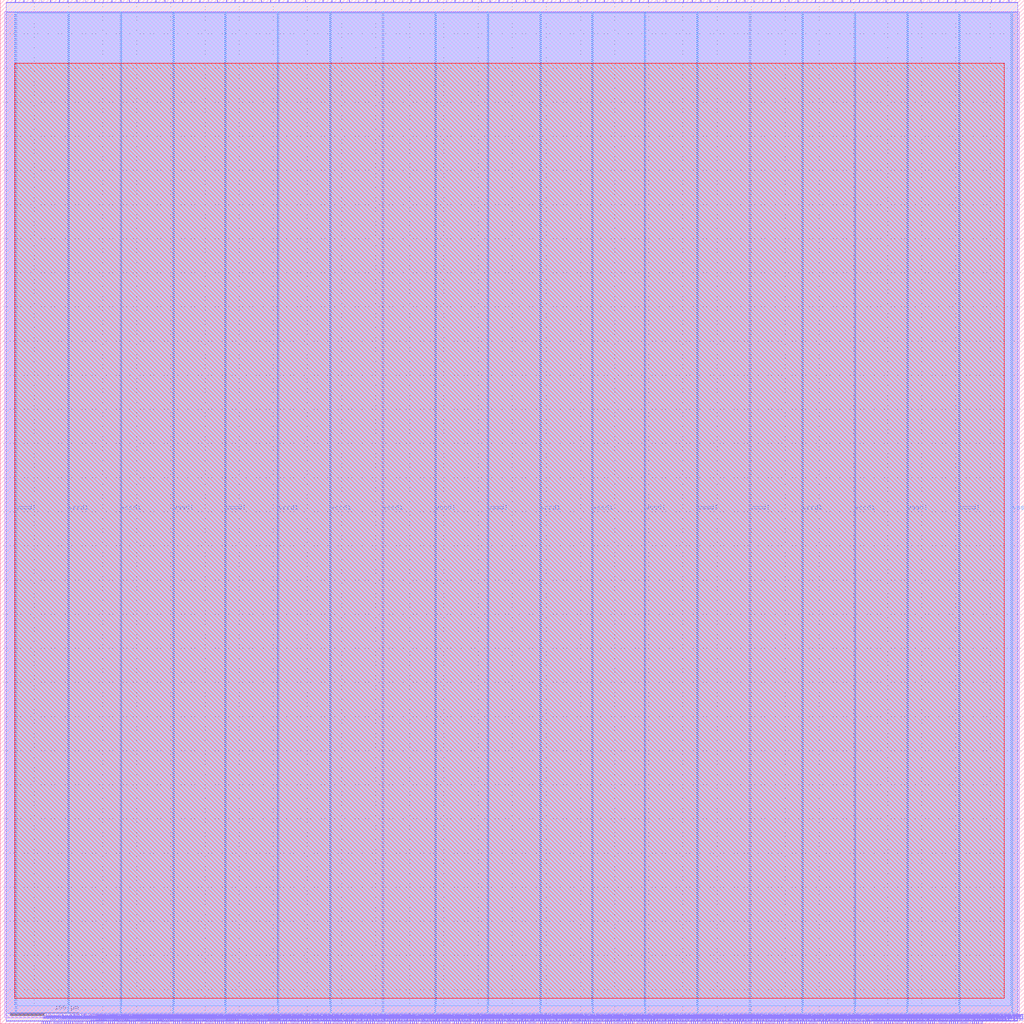
<source format=lef>
VERSION 5.7 ;
  NOWIREEXTENSIONATPIN ON ;
  DIVIDERCHAR "/" ;
  BUSBITCHARS "[]" ;
MACRO computer
  CLASS BLOCK ;
  FOREIGN computer ;
  ORIGIN 0.000 0.000 ;
  SIZE 1500.000 BY 1500.000 ;
  PIN io_in[0]
    DIRECTION INPUT ;
    USE SIGNAL ;
    PORT
      LAYER Metal2 ;
        RECT 21.840 1496.000 22.400 1500.000 ;
    END
  END io_in[0]
  PIN io_in[10]
    DIRECTION INPUT ;
    USE SIGNAL ;
    PORT
      LAYER Metal2 ;
        RECT 408.240 1496.000 408.800 1500.000 ;
    END
  END io_in[10]
  PIN io_in[11]
    DIRECTION INPUT ;
    USE SIGNAL ;
    PORT
      LAYER Metal2 ;
        RECT 446.880 1496.000 447.440 1500.000 ;
    END
  END io_in[11]
  PIN io_in[12]
    DIRECTION INPUT ;
    USE SIGNAL ;
    PORT
      LAYER Metal2 ;
        RECT 485.520 1496.000 486.080 1500.000 ;
    END
  END io_in[12]
  PIN io_in[13]
    DIRECTION INPUT ;
    USE SIGNAL ;
    PORT
      LAYER Metal2 ;
        RECT 524.160 1496.000 524.720 1500.000 ;
    END
  END io_in[13]
  PIN io_in[14]
    DIRECTION INPUT ;
    USE SIGNAL ;
    PORT
      LAYER Metal2 ;
        RECT 562.800 1496.000 563.360 1500.000 ;
    END
  END io_in[14]
  PIN io_in[15]
    DIRECTION INPUT ;
    USE SIGNAL ;
    PORT
      LAYER Metal2 ;
        RECT 601.440 1496.000 602.000 1500.000 ;
    END
  END io_in[15]
  PIN io_in[16]
    DIRECTION INPUT ;
    USE SIGNAL ;
    PORT
      LAYER Metal2 ;
        RECT 640.080 1496.000 640.640 1500.000 ;
    END
  END io_in[16]
  PIN io_in[17]
    DIRECTION INPUT ;
    USE SIGNAL ;
    PORT
      LAYER Metal2 ;
        RECT 678.720 1496.000 679.280 1500.000 ;
    END
  END io_in[17]
  PIN io_in[18]
    DIRECTION INPUT ;
    USE SIGNAL ;
    PORT
      LAYER Metal2 ;
        RECT 717.360 1496.000 717.920 1500.000 ;
    END
  END io_in[18]
  PIN io_in[19]
    DIRECTION INPUT ;
    USE SIGNAL ;
    PORT
      LAYER Metal2 ;
        RECT 756.000 1496.000 756.560 1500.000 ;
    END
  END io_in[19]
  PIN io_in[1]
    DIRECTION INPUT ;
    USE SIGNAL ;
    PORT
      LAYER Metal2 ;
        RECT 60.480 1496.000 61.040 1500.000 ;
    END
  END io_in[1]
  PIN io_in[20]
    DIRECTION INPUT ;
    USE SIGNAL ;
    PORT
      LAYER Metal2 ;
        RECT 794.640 1496.000 795.200 1500.000 ;
    END
  END io_in[20]
  PIN io_in[21]
    DIRECTION INPUT ;
    USE SIGNAL ;
    PORT
      LAYER Metal2 ;
        RECT 833.280 1496.000 833.840 1500.000 ;
    END
  END io_in[21]
  PIN io_in[22]
    DIRECTION INPUT ;
    USE SIGNAL ;
    PORT
      LAYER Metal2 ;
        RECT 871.920 1496.000 872.480 1500.000 ;
    END
  END io_in[22]
  PIN io_in[23]
    DIRECTION INPUT ;
    USE SIGNAL ;
    PORT
      LAYER Metal2 ;
        RECT 910.560 1496.000 911.120 1500.000 ;
    END
  END io_in[23]
  PIN io_in[24]
    DIRECTION INPUT ;
    USE SIGNAL ;
    PORT
      LAYER Metal2 ;
        RECT 949.200 1496.000 949.760 1500.000 ;
    END
  END io_in[24]
  PIN io_in[25]
    DIRECTION INPUT ;
    USE SIGNAL ;
    PORT
      LAYER Metal2 ;
        RECT 987.840 1496.000 988.400 1500.000 ;
    END
  END io_in[25]
  PIN io_in[26]
    DIRECTION INPUT ;
    USE SIGNAL ;
    PORT
      LAYER Metal2 ;
        RECT 1026.480 1496.000 1027.040 1500.000 ;
    END
  END io_in[26]
  PIN io_in[27]
    DIRECTION INPUT ;
    USE SIGNAL ;
    PORT
      LAYER Metal2 ;
        RECT 1065.120 1496.000 1065.680 1500.000 ;
    END
  END io_in[27]
  PIN io_in[28]
    DIRECTION INPUT ;
    USE SIGNAL ;
    PORT
      LAYER Metal2 ;
        RECT 1103.760 1496.000 1104.320 1500.000 ;
    END
  END io_in[28]
  PIN io_in[29]
    DIRECTION INPUT ;
    USE SIGNAL ;
    PORT
      LAYER Metal2 ;
        RECT 1142.400 1496.000 1142.960 1500.000 ;
    END
  END io_in[29]
  PIN io_in[2]
    DIRECTION INPUT ;
    USE SIGNAL ;
    PORT
      LAYER Metal2 ;
        RECT 99.120 1496.000 99.680 1500.000 ;
    END
  END io_in[2]
  PIN io_in[30]
    DIRECTION INPUT ;
    USE SIGNAL ;
    PORT
      LAYER Metal2 ;
        RECT 1181.040 1496.000 1181.600 1500.000 ;
    END
  END io_in[30]
  PIN io_in[31]
    DIRECTION INPUT ;
    USE SIGNAL ;
    PORT
      LAYER Metal2 ;
        RECT 1219.680 1496.000 1220.240 1500.000 ;
    END
  END io_in[31]
  PIN io_in[32]
    DIRECTION INPUT ;
    USE SIGNAL ;
    PORT
      LAYER Metal2 ;
        RECT 1258.320 1496.000 1258.880 1500.000 ;
    END
  END io_in[32]
  PIN io_in[33]
    DIRECTION INPUT ;
    USE SIGNAL ;
    PORT
      LAYER Metal2 ;
        RECT 1296.960 1496.000 1297.520 1500.000 ;
    END
  END io_in[33]
  PIN io_in[34]
    DIRECTION INPUT ;
    USE SIGNAL ;
    PORT
      LAYER Metal2 ;
        RECT 1335.600 1496.000 1336.160 1500.000 ;
    END
  END io_in[34]
  PIN io_in[35]
    DIRECTION INPUT ;
    USE SIGNAL ;
    PORT
      LAYER Metal2 ;
        RECT 1374.240 1496.000 1374.800 1500.000 ;
    END
  END io_in[35]
  PIN io_in[36]
    DIRECTION INPUT ;
    USE SIGNAL ;
    PORT
      LAYER Metal2 ;
        RECT 1412.880 1496.000 1413.440 1500.000 ;
    END
  END io_in[36]
  PIN io_in[37]
    DIRECTION INPUT ;
    USE SIGNAL ;
    PORT
      LAYER Metal2 ;
        RECT 1451.520 1496.000 1452.080 1500.000 ;
    END
  END io_in[37]
  PIN io_in[3]
    DIRECTION INPUT ;
    USE SIGNAL ;
    PORT
      LAYER Metal2 ;
        RECT 137.760 1496.000 138.320 1500.000 ;
    END
  END io_in[3]
  PIN io_in[4]
    DIRECTION INPUT ;
    USE SIGNAL ;
    PORT
      LAYER Metal2 ;
        RECT 176.400 1496.000 176.960 1500.000 ;
    END
  END io_in[4]
  PIN io_in[5]
    DIRECTION INPUT ;
    USE SIGNAL ;
    PORT
      LAYER Metal2 ;
        RECT 215.040 1496.000 215.600 1500.000 ;
    END
  END io_in[5]
  PIN io_in[6]
    DIRECTION INPUT ;
    USE SIGNAL ;
    PORT
      LAYER Metal2 ;
        RECT 253.680 1496.000 254.240 1500.000 ;
    END
  END io_in[6]
  PIN io_in[7]
    DIRECTION INPUT ;
    USE SIGNAL ;
    PORT
      LAYER Metal2 ;
        RECT 292.320 1496.000 292.880 1500.000 ;
    END
  END io_in[7]
  PIN io_in[8]
    DIRECTION INPUT ;
    USE SIGNAL ;
    PORT
      LAYER Metal2 ;
        RECT 330.960 1496.000 331.520 1500.000 ;
    END
  END io_in[8]
  PIN io_in[9]
    DIRECTION INPUT ;
    USE SIGNAL ;
    PORT
      LAYER Metal2 ;
        RECT 369.600 1496.000 370.160 1500.000 ;
    END
  END io_in[9]
  PIN io_oeb[0]
    DIRECTION OUTPUT TRISTATE ;
    USE SIGNAL ;
    PORT
      LAYER Metal2 ;
        RECT 34.720 1496.000 35.280 1500.000 ;
    END
  END io_oeb[0]
  PIN io_oeb[10]
    DIRECTION OUTPUT TRISTATE ;
    USE SIGNAL ;
    PORT
      LAYER Metal2 ;
        RECT 421.120 1496.000 421.680 1500.000 ;
    END
  END io_oeb[10]
  PIN io_oeb[11]
    DIRECTION OUTPUT TRISTATE ;
    USE SIGNAL ;
    PORT
      LAYER Metal2 ;
        RECT 459.760 1496.000 460.320 1500.000 ;
    END
  END io_oeb[11]
  PIN io_oeb[12]
    DIRECTION OUTPUT TRISTATE ;
    USE SIGNAL ;
    PORT
      LAYER Metal2 ;
        RECT 498.400 1496.000 498.960 1500.000 ;
    END
  END io_oeb[12]
  PIN io_oeb[13]
    DIRECTION OUTPUT TRISTATE ;
    USE SIGNAL ;
    PORT
      LAYER Metal2 ;
        RECT 537.040 1496.000 537.600 1500.000 ;
    END
  END io_oeb[13]
  PIN io_oeb[14]
    DIRECTION OUTPUT TRISTATE ;
    USE SIGNAL ;
    PORT
      LAYER Metal2 ;
        RECT 575.680 1496.000 576.240 1500.000 ;
    END
  END io_oeb[14]
  PIN io_oeb[15]
    DIRECTION OUTPUT TRISTATE ;
    USE SIGNAL ;
    PORT
      LAYER Metal2 ;
        RECT 614.320 1496.000 614.880 1500.000 ;
    END
  END io_oeb[15]
  PIN io_oeb[16]
    DIRECTION OUTPUT TRISTATE ;
    USE SIGNAL ;
    PORT
      LAYER Metal2 ;
        RECT 652.960 1496.000 653.520 1500.000 ;
    END
  END io_oeb[16]
  PIN io_oeb[17]
    DIRECTION OUTPUT TRISTATE ;
    USE SIGNAL ;
    PORT
      LAYER Metal2 ;
        RECT 691.600 1496.000 692.160 1500.000 ;
    END
  END io_oeb[17]
  PIN io_oeb[18]
    DIRECTION OUTPUT TRISTATE ;
    USE SIGNAL ;
    PORT
      LAYER Metal2 ;
        RECT 730.240 1496.000 730.800 1500.000 ;
    END
  END io_oeb[18]
  PIN io_oeb[19]
    DIRECTION OUTPUT TRISTATE ;
    USE SIGNAL ;
    PORT
      LAYER Metal2 ;
        RECT 768.880 1496.000 769.440 1500.000 ;
    END
  END io_oeb[19]
  PIN io_oeb[1]
    DIRECTION OUTPUT TRISTATE ;
    USE SIGNAL ;
    PORT
      LAYER Metal2 ;
        RECT 73.360 1496.000 73.920 1500.000 ;
    END
  END io_oeb[1]
  PIN io_oeb[20]
    DIRECTION OUTPUT TRISTATE ;
    USE SIGNAL ;
    PORT
      LAYER Metal2 ;
        RECT 807.520 1496.000 808.080 1500.000 ;
    END
  END io_oeb[20]
  PIN io_oeb[21]
    DIRECTION OUTPUT TRISTATE ;
    USE SIGNAL ;
    PORT
      LAYER Metal2 ;
        RECT 846.160 1496.000 846.720 1500.000 ;
    END
  END io_oeb[21]
  PIN io_oeb[22]
    DIRECTION OUTPUT TRISTATE ;
    USE SIGNAL ;
    PORT
      LAYER Metal2 ;
        RECT 884.800 1496.000 885.360 1500.000 ;
    END
  END io_oeb[22]
  PIN io_oeb[23]
    DIRECTION OUTPUT TRISTATE ;
    USE SIGNAL ;
    PORT
      LAYER Metal2 ;
        RECT 923.440 1496.000 924.000 1500.000 ;
    END
  END io_oeb[23]
  PIN io_oeb[24]
    DIRECTION OUTPUT TRISTATE ;
    USE SIGNAL ;
    PORT
      LAYER Metal2 ;
        RECT 962.080 1496.000 962.640 1500.000 ;
    END
  END io_oeb[24]
  PIN io_oeb[25]
    DIRECTION OUTPUT TRISTATE ;
    USE SIGNAL ;
    PORT
      LAYER Metal2 ;
        RECT 1000.720 1496.000 1001.280 1500.000 ;
    END
  END io_oeb[25]
  PIN io_oeb[26]
    DIRECTION OUTPUT TRISTATE ;
    USE SIGNAL ;
    PORT
      LAYER Metal2 ;
        RECT 1039.360 1496.000 1039.920 1500.000 ;
    END
  END io_oeb[26]
  PIN io_oeb[27]
    DIRECTION OUTPUT TRISTATE ;
    USE SIGNAL ;
    PORT
      LAYER Metal2 ;
        RECT 1078.000 1496.000 1078.560 1500.000 ;
    END
  END io_oeb[27]
  PIN io_oeb[28]
    DIRECTION OUTPUT TRISTATE ;
    USE SIGNAL ;
    PORT
      LAYER Metal2 ;
        RECT 1116.640 1496.000 1117.200 1500.000 ;
    END
  END io_oeb[28]
  PIN io_oeb[29]
    DIRECTION OUTPUT TRISTATE ;
    USE SIGNAL ;
    PORT
      LAYER Metal2 ;
        RECT 1155.280 1496.000 1155.840 1500.000 ;
    END
  END io_oeb[29]
  PIN io_oeb[2]
    DIRECTION OUTPUT TRISTATE ;
    USE SIGNAL ;
    PORT
      LAYER Metal2 ;
        RECT 112.000 1496.000 112.560 1500.000 ;
    END
  END io_oeb[2]
  PIN io_oeb[30]
    DIRECTION OUTPUT TRISTATE ;
    USE SIGNAL ;
    PORT
      LAYER Metal2 ;
        RECT 1193.920 1496.000 1194.480 1500.000 ;
    END
  END io_oeb[30]
  PIN io_oeb[31]
    DIRECTION OUTPUT TRISTATE ;
    USE SIGNAL ;
    PORT
      LAYER Metal2 ;
        RECT 1232.560 1496.000 1233.120 1500.000 ;
    END
  END io_oeb[31]
  PIN io_oeb[32]
    DIRECTION OUTPUT TRISTATE ;
    USE SIGNAL ;
    PORT
      LAYER Metal2 ;
        RECT 1271.200 1496.000 1271.760 1500.000 ;
    END
  END io_oeb[32]
  PIN io_oeb[33]
    DIRECTION OUTPUT TRISTATE ;
    USE SIGNAL ;
    PORT
      LAYER Metal2 ;
        RECT 1309.840 1496.000 1310.400 1500.000 ;
    END
  END io_oeb[33]
  PIN io_oeb[34]
    DIRECTION OUTPUT TRISTATE ;
    USE SIGNAL ;
    PORT
      LAYER Metal2 ;
        RECT 1348.480 1496.000 1349.040 1500.000 ;
    END
  END io_oeb[34]
  PIN io_oeb[35]
    DIRECTION OUTPUT TRISTATE ;
    USE SIGNAL ;
    PORT
      LAYER Metal2 ;
        RECT 1387.120 1496.000 1387.680 1500.000 ;
    END
  END io_oeb[35]
  PIN io_oeb[36]
    DIRECTION OUTPUT TRISTATE ;
    USE SIGNAL ;
    PORT
      LAYER Metal2 ;
        RECT 1425.760 1496.000 1426.320 1500.000 ;
    END
  END io_oeb[36]
  PIN io_oeb[37]
    DIRECTION OUTPUT TRISTATE ;
    USE SIGNAL ;
    PORT
      LAYER Metal2 ;
        RECT 1464.400 1496.000 1464.960 1500.000 ;
    END
  END io_oeb[37]
  PIN io_oeb[3]
    DIRECTION OUTPUT TRISTATE ;
    USE SIGNAL ;
    PORT
      LAYER Metal2 ;
        RECT 150.640 1496.000 151.200 1500.000 ;
    END
  END io_oeb[3]
  PIN io_oeb[4]
    DIRECTION OUTPUT TRISTATE ;
    USE SIGNAL ;
    PORT
      LAYER Metal2 ;
        RECT 189.280 1496.000 189.840 1500.000 ;
    END
  END io_oeb[4]
  PIN io_oeb[5]
    DIRECTION OUTPUT TRISTATE ;
    USE SIGNAL ;
    PORT
      LAYER Metal2 ;
        RECT 227.920 1496.000 228.480 1500.000 ;
    END
  END io_oeb[5]
  PIN io_oeb[6]
    DIRECTION OUTPUT TRISTATE ;
    USE SIGNAL ;
    PORT
      LAYER Metal2 ;
        RECT 266.560 1496.000 267.120 1500.000 ;
    END
  END io_oeb[6]
  PIN io_oeb[7]
    DIRECTION OUTPUT TRISTATE ;
    USE SIGNAL ;
    PORT
      LAYER Metal2 ;
        RECT 305.200 1496.000 305.760 1500.000 ;
    END
  END io_oeb[7]
  PIN io_oeb[8]
    DIRECTION OUTPUT TRISTATE ;
    USE SIGNAL ;
    PORT
      LAYER Metal2 ;
        RECT 343.840 1496.000 344.400 1500.000 ;
    END
  END io_oeb[8]
  PIN io_oeb[9]
    DIRECTION OUTPUT TRISTATE ;
    USE SIGNAL ;
    PORT
      LAYER Metal2 ;
        RECT 382.480 1496.000 383.040 1500.000 ;
    END
  END io_oeb[9]
  PIN io_out[0]
    DIRECTION OUTPUT TRISTATE ;
    USE SIGNAL ;
    PORT
      LAYER Metal2 ;
        RECT 47.600 1496.000 48.160 1500.000 ;
    END
  END io_out[0]
  PIN io_out[10]
    DIRECTION OUTPUT TRISTATE ;
    USE SIGNAL ;
    PORT
      LAYER Metal2 ;
        RECT 434.000 1496.000 434.560 1500.000 ;
    END
  END io_out[10]
  PIN io_out[11]
    DIRECTION OUTPUT TRISTATE ;
    USE SIGNAL ;
    PORT
      LAYER Metal2 ;
        RECT 472.640 1496.000 473.200 1500.000 ;
    END
  END io_out[11]
  PIN io_out[12]
    DIRECTION OUTPUT TRISTATE ;
    USE SIGNAL ;
    PORT
      LAYER Metal2 ;
        RECT 511.280 1496.000 511.840 1500.000 ;
    END
  END io_out[12]
  PIN io_out[13]
    DIRECTION OUTPUT TRISTATE ;
    USE SIGNAL ;
    PORT
      LAYER Metal2 ;
        RECT 549.920 1496.000 550.480 1500.000 ;
    END
  END io_out[13]
  PIN io_out[14]
    DIRECTION OUTPUT TRISTATE ;
    USE SIGNAL ;
    PORT
      LAYER Metal2 ;
        RECT 588.560 1496.000 589.120 1500.000 ;
    END
  END io_out[14]
  PIN io_out[15]
    DIRECTION OUTPUT TRISTATE ;
    USE SIGNAL ;
    PORT
      LAYER Metal2 ;
        RECT 627.200 1496.000 627.760 1500.000 ;
    END
  END io_out[15]
  PIN io_out[16]
    DIRECTION OUTPUT TRISTATE ;
    USE SIGNAL ;
    PORT
      LAYER Metal2 ;
        RECT 665.840 1496.000 666.400 1500.000 ;
    END
  END io_out[16]
  PIN io_out[17]
    DIRECTION OUTPUT TRISTATE ;
    USE SIGNAL ;
    PORT
      LAYER Metal2 ;
        RECT 704.480 1496.000 705.040 1500.000 ;
    END
  END io_out[17]
  PIN io_out[18]
    DIRECTION OUTPUT TRISTATE ;
    USE SIGNAL ;
    PORT
      LAYER Metal2 ;
        RECT 743.120 1496.000 743.680 1500.000 ;
    END
  END io_out[18]
  PIN io_out[19]
    DIRECTION OUTPUT TRISTATE ;
    USE SIGNAL ;
    PORT
      LAYER Metal2 ;
        RECT 781.760 1496.000 782.320 1500.000 ;
    END
  END io_out[19]
  PIN io_out[1]
    DIRECTION OUTPUT TRISTATE ;
    USE SIGNAL ;
    PORT
      LAYER Metal2 ;
        RECT 86.240 1496.000 86.800 1500.000 ;
    END
  END io_out[1]
  PIN io_out[20]
    DIRECTION OUTPUT TRISTATE ;
    USE SIGNAL ;
    PORT
      LAYER Metal2 ;
        RECT 820.400 1496.000 820.960 1500.000 ;
    END
  END io_out[20]
  PIN io_out[21]
    DIRECTION OUTPUT TRISTATE ;
    USE SIGNAL ;
    PORT
      LAYER Metal2 ;
        RECT 859.040 1496.000 859.600 1500.000 ;
    END
  END io_out[21]
  PIN io_out[22]
    DIRECTION OUTPUT TRISTATE ;
    USE SIGNAL ;
    PORT
      LAYER Metal2 ;
        RECT 897.680 1496.000 898.240 1500.000 ;
    END
  END io_out[22]
  PIN io_out[23]
    DIRECTION OUTPUT TRISTATE ;
    USE SIGNAL ;
    PORT
      LAYER Metal2 ;
        RECT 936.320 1496.000 936.880 1500.000 ;
    END
  END io_out[23]
  PIN io_out[24]
    DIRECTION OUTPUT TRISTATE ;
    USE SIGNAL ;
    PORT
      LAYER Metal2 ;
        RECT 974.960 1496.000 975.520 1500.000 ;
    END
  END io_out[24]
  PIN io_out[25]
    DIRECTION OUTPUT TRISTATE ;
    USE SIGNAL ;
    PORT
      LAYER Metal2 ;
        RECT 1013.600 1496.000 1014.160 1500.000 ;
    END
  END io_out[25]
  PIN io_out[26]
    DIRECTION OUTPUT TRISTATE ;
    USE SIGNAL ;
    PORT
      LAYER Metal2 ;
        RECT 1052.240 1496.000 1052.800 1500.000 ;
    END
  END io_out[26]
  PIN io_out[27]
    DIRECTION OUTPUT TRISTATE ;
    USE SIGNAL ;
    PORT
      LAYER Metal2 ;
        RECT 1090.880 1496.000 1091.440 1500.000 ;
    END
  END io_out[27]
  PIN io_out[28]
    DIRECTION OUTPUT TRISTATE ;
    USE SIGNAL ;
    PORT
      LAYER Metal2 ;
        RECT 1129.520 1496.000 1130.080 1500.000 ;
    END
  END io_out[28]
  PIN io_out[29]
    DIRECTION OUTPUT TRISTATE ;
    USE SIGNAL ;
    PORT
      LAYER Metal2 ;
        RECT 1168.160 1496.000 1168.720 1500.000 ;
    END
  END io_out[29]
  PIN io_out[2]
    DIRECTION OUTPUT TRISTATE ;
    USE SIGNAL ;
    PORT
      LAYER Metal2 ;
        RECT 124.880 1496.000 125.440 1500.000 ;
    END
  END io_out[2]
  PIN io_out[30]
    DIRECTION OUTPUT TRISTATE ;
    USE SIGNAL ;
    PORT
      LAYER Metal2 ;
        RECT 1206.800 1496.000 1207.360 1500.000 ;
    END
  END io_out[30]
  PIN io_out[31]
    DIRECTION OUTPUT TRISTATE ;
    USE SIGNAL ;
    PORT
      LAYER Metal2 ;
        RECT 1245.440 1496.000 1246.000 1500.000 ;
    END
  END io_out[31]
  PIN io_out[32]
    DIRECTION OUTPUT TRISTATE ;
    USE SIGNAL ;
    PORT
      LAYER Metal2 ;
        RECT 1284.080 1496.000 1284.640 1500.000 ;
    END
  END io_out[32]
  PIN io_out[33]
    DIRECTION OUTPUT TRISTATE ;
    USE SIGNAL ;
    PORT
      LAYER Metal2 ;
        RECT 1322.720 1496.000 1323.280 1500.000 ;
    END
  END io_out[33]
  PIN io_out[34]
    DIRECTION OUTPUT TRISTATE ;
    USE SIGNAL ;
    PORT
      LAYER Metal2 ;
        RECT 1361.360 1496.000 1361.920 1500.000 ;
    END
  END io_out[34]
  PIN io_out[35]
    DIRECTION OUTPUT TRISTATE ;
    USE SIGNAL ;
    PORT
      LAYER Metal2 ;
        RECT 1400.000 1496.000 1400.560 1500.000 ;
    END
  END io_out[35]
  PIN io_out[36]
    DIRECTION OUTPUT TRISTATE ;
    USE SIGNAL ;
    PORT
      LAYER Metal2 ;
        RECT 1438.640 1496.000 1439.200 1500.000 ;
    END
  END io_out[36]
  PIN io_out[37]
    DIRECTION OUTPUT TRISTATE ;
    USE SIGNAL ;
    PORT
      LAYER Metal2 ;
        RECT 1477.280 1496.000 1477.840 1500.000 ;
    END
  END io_out[37]
  PIN io_out[3]
    DIRECTION OUTPUT TRISTATE ;
    USE SIGNAL ;
    PORT
      LAYER Metal2 ;
        RECT 163.520 1496.000 164.080 1500.000 ;
    END
  END io_out[3]
  PIN io_out[4]
    DIRECTION OUTPUT TRISTATE ;
    USE SIGNAL ;
    PORT
      LAYER Metal2 ;
        RECT 202.160 1496.000 202.720 1500.000 ;
    END
  END io_out[4]
  PIN io_out[5]
    DIRECTION OUTPUT TRISTATE ;
    USE SIGNAL ;
    PORT
      LAYER Metal2 ;
        RECT 240.800 1496.000 241.360 1500.000 ;
    END
  END io_out[5]
  PIN io_out[6]
    DIRECTION OUTPUT TRISTATE ;
    USE SIGNAL ;
    PORT
      LAYER Metal2 ;
        RECT 279.440 1496.000 280.000 1500.000 ;
    END
  END io_out[6]
  PIN io_out[7]
    DIRECTION OUTPUT TRISTATE ;
    USE SIGNAL ;
    PORT
      LAYER Metal2 ;
        RECT 318.080 1496.000 318.640 1500.000 ;
    END
  END io_out[7]
  PIN io_out[8]
    DIRECTION OUTPUT TRISTATE ;
    USE SIGNAL ;
    PORT
      LAYER Metal2 ;
        RECT 356.720 1496.000 357.280 1500.000 ;
    END
  END io_out[8]
  PIN io_out[9]
    DIRECTION OUTPUT TRISTATE ;
    USE SIGNAL ;
    PORT
      LAYER Metal2 ;
        RECT 395.360 1496.000 395.920 1500.000 ;
    END
  END io_out[9]
  PIN irq[0]
    DIRECTION OUTPUT TRISTATE ;
    USE SIGNAL ;
    PORT
      LAYER Metal2 ;
        RECT 1432.480 0.000 1433.040 4.000 ;
    END
  END irq[0]
  PIN irq[1]
    DIRECTION OUTPUT TRISTATE ;
    USE SIGNAL ;
    PORT
      LAYER Metal2 ;
        RECT 1435.280 0.000 1435.840 4.000 ;
    END
  END irq[1]
  PIN irq[2]
    DIRECTION OUTPUT TRISTATE ;
    USE SIGNAL ;
    PORT
      LAYER Metal2 ;
        RECT 1438.080 0.000 1438.640 4.000 ;
    END
  END irq[2]
  PIN la_data_in[0]
    DIRECTION INPUT ;
    USE SIGNAL ;
    PORT
      LAYER Metal2 ;
        RECT 357.280 0.000 357.840 4.000 ;
    END
  END la_data_in[0]
  PIN la_data_in[100]
    DIRECTION INPUT ;
    USE SIGNAL ;
    PORT
      LAYER Metal2 ;
        RECT 1197.280 0.000 1197.840 4.000 ;
    END
  END la_data_in[100]
  PIN la_data_in[101]
    DIRECTION INPUT ;
    USE SIGNAL ;
    PORT
      LAYER Metal2 ;
        RECT 1205.680 0.000 1206.240 4.000 ;
    END
  END la_data_in[101]
  PIN la_data_in[102]
    DIRECTION INPUT ;
    USE SIGNAL ;
    PORT
      LAYER Metal2 ;
        RECT 1214.080 0.000 1214.640 4.000 ;
    END
  END la_data_in[102]
  PIN la_data_in[103]
    DIRECTION INPUT ;
    USE SIGNAL ;
    PORT
      LAYER Metal2 ;
        RECT 1222.480 0.000 1223.040 4.000 ;
    END
  END la_data_in[103]
  PIN la_data_in[104]
    DIRECTION INPUT ;
    USE SIGNAL ;
    PORT
      LAYER Metal2 ;
        RECT 1230.880 0.000 1231.440 4.000 ;
    END
  END la_data_in[104]
  PIN la_data_in[105]
    DIRECTION INPUT ;
    USE SIGNAL ;
    PORT
      LAYER Metal2 ;
        RECT 1239.280 0.000 1239.840 4.000 ;
    END
  END la_data_in[105]
  PIN la_data_in[106]
    DIRECTION INPUT ;
    USE SIGNAL ;
    PORT
      LAYER Metal2 ;
        RECT 1247.680 0.000 1248.240 4.000 ;
    END
  END la_data_in[106]
  PIN la_data_in[107]
    DIRECTION INPUT ;
    USE SIGNAL ;
    PORT
      LAYER Metal2 ;
        RECT 1256.080 0.000 1256.640 4.000 ;
    END
  END la_data_in[107]
  PIN la_data_in[108]
    DIRECTION INPUT ;
    USE SIGNAL ;
    PORT
      LAYER Metal2 ;
        RECT 1264.480 0.000 1265.040 4.000 ;
    END
  END la_data_in[108]
  PIN la_data_in[109]
    DIRECTION INPUT ;
    USE SIGNAL ;
    PORT
      LAYER Metal2 ;
        RECT 1272.880 0.000 1273.440 4.000 ;
    END
  END la_data_in[109]
  PIN la_data_in[10]
    DIRECTION INPUT ;
    USE SIGNAL ;
    PORT
      LAYER Metal2 ;
        RECT 441.280 0.000 441.840 4.000 ;
    END
  END la_data_in[10]
  PIN la_data_in[110]
    DIRECTION INPUT ;
    USE SIGNAL ;
    PORT
      LAYER Metal2 ;
        RECT 1281.280 0.000 1281.840 4.000 ;
    END
  END la_data_in[110]
  PIN la_data_in[111]
    DIRECTION INPUT ;
    USE SIGNAL ;
    PORT
      LAYER Metal2 ;
        RECT 1289.680 0.000 1290.240 4.000 ;
    END
  END la_data_in[111]
  PIN la_data_in[112]
    DIRECTION INPUT ;
    USE SIGNAL ;
    PORT
      LAYER Metal2 ;
        RECT 1298.080 0.000 1298.640 4.000 ;
    END
  END la_data_in[112]
  PIN la_data_in[113]
    DIRECTION INPUT ;
    USE SIGNAL ;
    PORT
      LAYER Metal2 ;
        RECT 1306.480 0.000 1307.040 4.000 ;
    END
  END la_data_in[113]
  PIN la_data_in[114]
    DIRECTION INPUT ;
    USE SIGNAL ;
    PORT
      LAYER Metal2 ;
        RECT 1314.880 0.000 1315.440 4.000 ;
    END
  END la_data_in[114]
  PIN la_data_in[115]
    DIRECTION INPUT ;
    USE SIGNAL ;
    PORT
      LAYER Metal2 ;
        RECT 1323.280 0.000 1323.840 4.000 ;
    END
  END la_data_in[115]
  PIN la_data_in[116]
    DIRECTION INPUT ;
    USE SIGNAL ;
    PORT
      LAYER Metal2 ;
        RECT 1331.680 0.000 1332.240 4.000 ;
    END
  END la_data_in[116]
  PIN la_data_in[117]
    DIRECTION INPUT ;
    USE SIGNAL ;
    PORT
      LAYER Metal2 ;
        RECT 1340.080 0.000 1340.640 4.000 ;
    END
  END la_data_in[117]
  PIN la_data_in[118]
    DIRECTION INPUT ;
    USE SIGNAL ;
    PORT
      LAYER Metal2 ;
        RECT 1348.480 0.000 1349.040 4.000 ;
    END
  END la_data_in[118]
  PIN la_data_in[119]
    DIRECTION INPUT ;
    USE SIGNAL ;
    PORT
      LAYER Metal2 ;
        RECT 1356.880 0.000 1357.440 4.000 ;
    END
  END la_data_in[119]
  PIN la_data_in[11]
    DIRECTION INPUT ;
    USE SIGNAL ;
    PORT
      LAYER Metal2 ;
        RECT 449.680 0.000 450.240 4.000 ;
    END
  END la_data_in[11]
  PIN la_data_in[120]
    DIRECTION INPUT ;
    USE SIGNAL ;
    PORT
      LAYER Metal2 ;
        RECT 1365.280 0.000 1365.840 4.000 ;
    END
  END la_data_in[120]
  PIN la_data_in[121]
    DIRECTION INPUT ;
    USE SIGNAL ;
    PORT
      LAYER Metal2 ;
        RECT 1373.680 0.000 1374.240 4.000 ;
    END
  END la_data_in[121]
  PIN la_data_in[122]
    DIRECTION INPUT ;
    USE SIGNAL ;
    PORT
      LAYER Metal2 ;
        RECT 1382.080 0.000 1382.640 4.000 ;
    END
  END la_data_in[122]
  PIN la_data_in[123]
    DIRECTION INPUT ;
    USE SIGNAL ;
    PORT
      LAYER Metal2 ;
        RECT 1390.480 0.000 1391.040 4.000 ;
    END
  END la_data_in[123]
  PIN la_data_in[124]
    DIRECTION INPUT ;
    USE SIGNAL ;
    PORT
      LAYER Metal2 ;
        RECT 1398.880 0.000 1399.440 4.000 ;
    END
  END la_data_in[124]
  PIN la_data_in[125]
    DIRECTION INPUT ;
    USE SIGNAL ;
    PORT
      LAYER Metal2 ;
        RECT 1407.280 0.000 1407.840 4.000 ;
    END
  END la_data_in[125]
  PIN la_data_in[126]
    DIRECTION INPUT ;
    USE SIGNAL ;
    PORT
      LAYER Metal2 ;
        RECT 1415.680 0.000 1416.240 4.000 ;
    END
  END la_data_in[126]
  PIN la_data_in[127]
    DIRECTION INPUT ;
    USE SIGNAL ;
    PORT
      LAYER Metal2 ;
        RECT 1424.080 0.000 1424.640 4.000 ;
    END
  END la_data_in[127]
  PIN la_data_in[12]
    DIRECTION INPUT ;
    USE SIGNAL ;
    PORT
      LAYER Metal2 ;
        RECT 458.080 0.000 458.640 4.000 ;
    END
  END la_data_in[12]
  PIN la_data_in[13]
    DIRECTION INPUT ;
    USE SIGNAL ;
    PORT
      LAYER Metal2 ;
        RECT 466.480 0.000 467.040 4.000 ;
    END
  END la_data_in[13]
  PIN la_data_in[14]
    DIRECTION INPUT ;
    USE SIGNAL ;
    PORT
      LAYER Metal2 ;
        RECT 474.880 0.000 475.440 4.000 ;
    END
  END la_data_in[14]
  PIN la_data_in[15]
    DIRECTION INPUT ;
    USE SIGNAL ;
    PORT
      LAYER Metal2 ;
        RECT 483.280 0.000 483.840 4.000 ;
    END
  END la_data_in[15]
  PIN la_data_in[16]
    DIRECTION INPUT ;
    USE SIGNAL ;
    PORT
      LAYER Metal2 ;
        RECT 491.680 0.000 492.240 4.000 ;
    END
  END la_data_in[16]
  PIN la_data_in[17]
    DIRECTION INPUT ;
    USE SIGNAL ;
    PORT
      LAYER Metal2 ;
        RECT 500.080 0.000 500.640 4.000 ;
    END
  END la_data_in[17]
  PIN la_data_in[18]
    DIRECTION INPUT ;
    USE SIGNAL ;
    PORT
      LAYER Metal2 ;
        RECT 508.480 0.000 509.040 4.000 ;
    END
  END la_data_in[18]
  PIN la_data_in[19]
    DIRECTION INPUT ;
    USE SIGNAL ;
    PORT
      LAYER Metal2 ;
        RECT 516.880 0.000 517.440 4.000 ;
    END
  END la_data_in[19]
  PIN la_data_in[1]
    DIRECTION INPUT ;
    USE SIGNAL ;
    PORT
      LAYER Metal2 ;
        RECT 365.680 0.000 366.240 4.000 ;
    END
  END la_data_in[1]
  PIN la_data_in[20]
    DIRECTION INPUT ;
    USE SIGNAL ;
    PORT
      LAYER Metal2 ;
        RECT 525.280 0.000 525.840 4.000 ;
    END
  END la_data_in[20]
  PIN la_data_in[21]
    DIRECTION INPUT ;
    USE SIGNAL ;
    PORT
      LAYER Metal2 ;
        RECT 533.680 0.000 534.240 4.000 ;
    END
  END la_data_in[21]
  PIN la_data_in[22]
    DIRECTION INPUT ;
    USE SIGNAL ;
    PORT
      LAYER Metal2 ;
        RECT 542.080 0.000 542.640 4.000 ;
    END
  END la_data_in[22]
  PIN la_data_in[23]
    DIRECTION INPUT ;
    USE SIGNAL ;
    PORT
      LAYER Metal2 ;
        RECT 550.480 0.000 551.040 4.000 ;
    END
  END la_data_in[23]
  PIN la_data_in[24]
    DIRECTION INPUT ;
    USE SIGNAL ;
    PORT
      LAYER Metal2 ;
        RECT 558.880 0.000 559.440 4.000 ;
    END
  END la_data_in[24]
  PIN la_data_in[25]
    DIRECTION INPUT ;
    USE SIGNAL ;
    PORT
      LAYER Metal2 ;
        RECT 567.280 0.000 567.840 4.000 ;
    END
  END la_data_in[25]
  PIN la_data_in[26]
    DIRECTION INPUT ;
    USE SIGNAL ;
    PORT
      LAYER Metal2 ;
        RECT 575.680 0.000 576.240 4.000 ;
    END
  END la_data_in[26]
  PIN la_data_in[27]
    DIRECTION INPUT ;
    USE SIGNAL ;
    PORT
      LAYER Metal2 ;
        RECT 584.080 0.000 584.640 4.000 ;
    END
  END la_data_in[27]
  PIN la_data_in[28]
    DIRECTION INPUT ;
    USE SIGNAL ;
    PORT
      LAYER Metal2 ;
        RECT 592.480 0.000 593.040 4.000 ;
    END
  END la_data_in[28]
  PIN la_data_in[29]
    DIRECTION INPUT ;
    USE SIGNAL ;
    PORT
      LAYER Metal2 ;
        RECT 600.880 0.000 601.440 4.000 ;
    END
  END la_data_in[29]
  PIN la_data_in[2]
    DIRECTION INPUT ;
    USE SIGNAL ;
    PORT
      LAYER Metal2 ;
        RECT 374.080 0.000 374.640 4.000 ;
    END
  END la_data_in[2]
  PIN la_data_in[30]
    DIRECTION INPUT ;
    USE SIGNAL ;
    PORT
      LAYER Metal2 ;
        RECT 609.280 0.000 609.840 4.000 ;
    END
  END la_data_in[30]
  PIN la_data_in[31]
    DIRECTION INPUT ;
    USE SIGNAL ;
    PORT
      LAYER Metal2 ;
        RECT 617.680 0.000 618.240 4.000 ;
    END
  END la_data_in[31]
  PIN la_data_in[32]
    DIRECTION INPUT ;
    USE SIGNAL ;
    PORT
      LAYER Metal2 ;
        RECT 626.080 0.000 626.640 4.000 ;
    END
  END la_data_in[32]
  PIN la_data_in[33]
    DIRECTION INPUT ;
    USE SIGNAL ;
    PORT
      LAYER Metal2 ;
        RECT 634.480 0.000 635.040 4.000 ;
    END
  END la_data_in[33]
  PIN la_data_in[34]
    DIRECTION INPUT ;
    USE SIGNAL ;
    PORT
      LAYER Metal2 ;
        RECT 642.880 0.000 643.440 4.000 ;
    END
  END la_data_in[34]
  PIN la_data_in[35]
    DIRECTION INPUT ;
    USE SIGNAL ;
    PORT
      LAYER Metal2 ;
        RECT 651.280 0.000 651.840 4.000 ;
    END
  END la_data_in[35]
  PIN la_data_in[36]
    DIRECTION INPUT ;
    USE SIGNAL ;
    PORT
      LAYER Metal2 ;
        RECT 659.680 0.000 660.240 4.000 ;
    END
  END la_data_in[36]
  PIN la_data_in[37]
    DIRECTION INPUT ;
    USE SIGNAL ;
    PORT
      LAYER Metal2 ;
        RECT 668.080 0.000 668.640 4.000 ;
    END
  END la_data_in[37]
  PIN la_data_in[38]
    DIRECTION INPUT ;
    USE SIGNAL ;
    PORT
      LAYER Metal2 ;
        RECT 676.480 0.000 677.040 4.000 ;
    END
  END la_data_in[38]
  PIN la_data_in[39]
    DIRECTION INPUT ;
    USE SIGNAL ;
    PORT
      LAYER Metal2 ;
        RECT 684.880 0.000 685.440 4.000 ;
    END
  END la_data_in[39]
  PIN la_data_in[3]
    DIRECTION INPUT ;
    USE SIGNAL ;
    PORT
      LAYER Metal2 ;
        RECT 382.480 0.000 383.040 4.000 ;
    END
  END la_data_in[3]
  PIN la_data_in[40]
    DIRECTION INPUT ;
    USE SIGNAL ;
    PORT
      LAYER Metal2 ;
        RECT 693.280 0.000 693.840 4.000 ;
    END
  END la_data_in[40]
  PIN la_data_in[41]
    DIRECTION INPUT ;
    USE SIGNAL ;
    PORT
      LAYER Metal2 ;
        RECT 701.680 0.000 702.240 4.000 ;
    END
  END la_data_in[41]
  PIN la_data_in[42]
    DIRECTION INPUT ;
    USE SIGNAL ;
    PORT
      LAYER Metal2 ;
        RECT 710.080 0.000 710.640 4.000 ;
    END
  END la_data_in[42]
  PIN la_data_in[43]
    DIRECTION INPUT ;
    USE SIGNAL ;
    PORT
      LAYER Metal2 ;
        RECT 718.480 0.000 719.040 4.000 ;
    END
  END la_data_in[43]
  PIN la_data_in[44]
    DIRECTION INPUT ;
    USE SIGNAL ;
    PORT
      LAYER Metal2 ;
        RECT 726.880 0.000 727.440 4.000 ;
    END
  END la_data_in[44]
  PIN la_data_in[45]
    DIRECTION INPUT ;
    USE SIGNAL ;
    PORT
      LAYER Metal2 ;
        RECT 735.280 0.000 735.840 4.000 ;
    END
  END la_data_in[45]
  PIN la_data_in[46]
    DIRECTION INPUT ;
    USE SIGNAL ;
    PORT
      LAYER Metal2 ;
        RECT 743.680 0.000 744.240 4.000 ;
    END
  END la_data_in[46]
  PIN la_data_in[47]
    DIRECTION INPUT ;
    USE SIGNAL ;
    PORT
      LAYER Metal2 ;
        RECT 752.080 0.000 752.640 4.000 ;
    END
  END la_data_in[47]
  PIN la_data_in[48]
    DIRECTION INPUT ;
    USE SIGNAL ;
    PORT
      LAYER Metal2 ;
        RECT 760.480 0.000 761.040 4.000 ;
    END
  END la_data_in[48]
  PIN la_data_in[49]
    DIRECTION INPUT ;
    USE SIGNAL ;
    PORT
      LAYER Metal2 ;
        RECT 768.880 0.000 769.440 4.000 ;
    END
  END la_data_in[49]
  PIN la_data_in[4]
    DIRECTION INPUT ;
    USE SIGNAL ;
    PORT
      LAYER Metal2 ;
        RECT 390.880 0.000 391.440 4.000 ;
    END
  END la_data_in[4]
  PIN la_data_in[50]
    DIRECTION INPUT ;
    USE SIGNAL ;
    PORT
      LAYER Metal2 ;
        RECT 777.280 0.000 777.840 4.000 ;
    END
  END la_data_in[50]
  PIN la_data_in[51]
    DIRECTION INPUT ;
    USE SIGNAL ;
    PORT
      LAYER Metal2 ;
        RECT 785.680 0.000 786.240 4.000 ;
    END
  END la_data_in[51]
  PIN la_data_in[52]
    DIRECTION INPUT ;
    USE SIGNAL ;
    PORT
      LAYER Metal2 ;
        RECT 794.080 0.000 794.640 4.000 ;
    END
  END la_data_in[52]
  PIN la_data_in[53]
    DIRECTION INPUT ;
    USE SIGNAL ;
    PORT
      LAYER Metal2 ;
        RECT 802.480 0.000 803.040 4.000 ;
    END
  END la_data_in[53]
  PIN la_data_in[54]
    DIRECTION INPUT ;
    USE SIGNAL ;
    PORT
      LAYER Metal2 ;
        RECT 810.880 0.000 811.440 4.000 ;
    END
  END la_data_in[54]
  PIN la_data_in[55]
    DIRECTION INPUT ;
    USE SIGNAL ;
    PORT
      LAYER Metal2 ;
        RECT 819.280 0.000 819.840 4.000 ;
    END
  END la_data_in[55]
  PIN la_data_in[56]
    DIRECTION INPUT ;
    USE SIGNAL ;
    PORT
      LAYER Metal2 ;
        RECT 827.680 0.000 828.240 4.000 ;
    END
  END la_data_in[56]
  PIN la_data_in[57]
    DIRECTION INPUT ;
    USE SIGNAL ;
    PORT
      LAYER Metal2 ;
        RECT 836.080 0.000 836.640 4.000 ;
    END
  END la_data_in[57]
  PIN la_data_in[58]
    DIRECTION INPUT ;
    USE SIGNAL ;
    PORT
      LAYER Metal2 ;
        RECT 844.480 0.000 845.040 4.000 ;
    END
  END la_data_in[58]
  PIN la_data_in[59]
    DIRECTION INPUT ;
    USE SIGNAL ;
    PORT
      LAYER Metal2 ;
        RECT 852.880 0.000 853.440 4.000 ;
    END
  END la_data_in[59]
  PIN la_data_in[5]
    DIRECTION INPUT ;
    USE SIGNAL ;
    PORT
      LAYER Metal2 ;
        RECT 399.280 0.000 399.840 4.000 ;
    END
  END la_data_in[5]
  PIN la_data_in[60]
    DIRECTION INPUT ;
    USE SIGNAL ;
    PORT
      LAYER Metal2 ;
        RECT 861.280 0.000 861.840 4.000 ;
    END
  END la_data_in[60]
  PIN la_data_in[61]
    DIRECTION INPUT ;
    USE SIGNAL ;
    PORT
      LAYER Metal2 ;
        RECT 869.680 0.000 870.240 4.000 ;
    END
  END la_data_in[61]
  PIN la_data_in[62]
    DIRECTION INPUT ;
    USE SIGNAL ;
    PORT
      LAYER Metal2 ;
        RECT 878.080 0.000 878.640 4.000 ;
    END
  END la_data_in[62]
  PIN la_data_in[63]
    DIRECTION INPUT ;
    USE SIGNAL ;
    PORT
      LAYER Metal2 ;
        RECT 886.480 0.000 887.040 4.000 ;
    END
  END la_data_in[63]
  PIN la_data_in[64]
    DIRECTION INPUT ;
    USE SIGNAL ;
    PORT
      LAYER Metal2 ;
        RECT 894.880 0.000 895.440 4.000 ;
    END
  END la_data_in[64]
  PIN la_data_in[65]
    DIRECTION INPUT ;
    USE SIGNAL ;
    PORT
      LAYER Metal2 ;
        RECT 903.280 0.000 903.840 4.000 ;
    END
  END la_data_in[65]
  PIN la_data_in[66]
    DIRECTION INPUT ;
    USE SIGNAL ;
    PORT
      LAYER Metal2 ;
        RECT 911.680 0.000 912.240 4.000 ;
    END
  END la_data_in[66]
  PIN la_data_in[67]
    DIRECTION INPUT ;
    USE SIGNAL ;
    PORT
      LAYER Metal2 ;
        RECT 920.080 0.000 920.640 4.000 ;
    END
  END la_data_in[67]
  PIN la_data_in[68]
    DIRECTION INPUT ;
    USE SIGNAL ;
    PORT
      LAYER Metal2 ;
        RECT 928.480 0.000 929.040 4.000 ;
    END
  END la_data_in[68]
  PIN la_data_in[69]
    DIRECTION INPUT ;
    USE SIGNAL ;
    PORT
      LAYER Metal2 ;
        RECT 936.880 0.000 937.440 4.000 ;
    END
  END la_data_in[69]
  PIN la_data_in[6]
    DIRECTION INPUT ;
    USE SIGNAL ;
    PORT
      LAYER Metal2 ;
        RECT 407.680 0.000 408.240 4.000 ;
    END
  END la_data_in[6]
  PIN la_data_in[70]
    DIRECTION INPUT ;
    USE SIGNAL ;
    PORT
      LAYER Metal2 ;
        RECT 945.280 0.000 945.840 4.000 ;
    END
  END la_data_in[70]
  PIN la_data_in[71]
    DIRECTION INPUT ;
    USE SIGNAL ;
    PORT
      LAYER Metal2 ;
        RECT 953.680 0.000 954.240 4.000 ;
    END
  END la_data_in[71]
  PIN la_data_in[72]
    DIRECTION INPUT ;
    USE SIGNAL ;
    PORT
      LAYER Metal2 ;
        RECT 962.080 0.000 962.640 4.000 ;
    END
  END la_data_in[72]
  PIN la_data_in[73]
    DIRECTION INPUT ;
    USE SIGNAL ;
    PORT
      LAYER Metal2 ;
        RECT 970.480 0.000 971.040 4.000 ;
    END
  END la_data_in[73]
  PIN la_data_in[74]
    DIRECTION INPUT ;
    USE SIGNAL ;
    PORT
      LAYER Metal2 ;
        RECT 978.880 0.000 979.440 4.000 ;
    END
  END la_data_in[74]
  PIN la_data_in[75]
    DIRECTION INPUT ;
    USE SIGNAL ;
    PORT
      LAYER Metal2 ;
        RECT 987.280 0.000 987.840 4.000 ;
    END
  END la_data_in[75]
  PIN la_data_in[76]
    DIRECTION INPUT ;
    USE SIGNAL ;
    PORT
      LAYER Metal2 ;
        RECT 995.680 0.000 996.240 4.000 ;
    END
  END la_data_in[76]
  PIN la_data_in[77]
    DIRECTION INPUT ;
    USE SIGNAL ;
    PORT
      LAYER Metal2 ;
        RECT 1004.080 0.000 1004.640 4.000 ;
    END
  END la_data_in[77]
  PIN la_data_in[78]
    DIRECTION INPUT ;
    USE SIGNAL ;
    PORT
      LAYER Metal2 ;
        RECT 1012.480 0.000 1013.040 4.000 ;
    END
  END la_data_in[78]
  PIN la_data_in[79]
    DIRECTION INPUT ;
    USE SIGNAL ;
    PORT
      LAYER Metal2 ;
        RECT 1020.880 0.000 1021.440 4.000 ;
    END
  END la_data_in[79]
  PIN la_data_in[7]
    DIRECTION INPUT ;
    USE SIGNAL ;
    PORT
      LAYER Metal2 ;
        RECT 416.080 0.000 416.640 4.000 ;
    END
  END la_data_in[7]
  PIN la_data_in[80]
    DIRECTION INPUT ;
    USE SIGNAL ;
    PORT
      LAYER Metal2 ;
        RECT 1029.280 0.000 1029.840 4.000 ;
    END
  END la_data_in[80]
  PIN la_data_in[81]
    DIRECTION INPUT ;
    USE SIGNAL ;
    PORT
      LAYER Metal2 ;
        RECT 1037.680 0.000 1038.240 4.000 ;
    END
  END la_data_in[81]
  PIN la_data_in[82]
    DIRECTION INPUT ;
    USE SIGNAL ;
    PORT
      LAYER Metal2 ;
        RECT 1046.080 0.000 1046.640 4.000 ;
    END
  END la_data_in[82]
  PIN la_data_in[83]
    DIRECTION INPUT ;
    USE SIGNAL ;
    PORT
      LAYER Metal2 ;
        RECT 1054.480 0.000 1055.040 4.000 ;
    END
  END la_data_in[83]
  PIN la_data_in[84]
    DIRECTION INPUT ;
    USE SIGNAL ;
    PORT
      LAYER Metal2 ;
        RECT 1062.880 0.000 1063.440 4.000 ;
    END
  END la_data_in[84]
  PIN la_data_in[85]
    DIRECTION INPUT ;
    USE SIGNAL ;
    PORT
      LAYER Metal2 ;
        RECT 1071.280 0.000 1071.840 4.000 ;
    END
  END la_data_in[85]
  PIN la_data_in[86]
    DIRECTION INPUT ;
    USE SIGNAL ;
    PORT
      LAYER Metal2 ;
        RECT 1079.680 0.000 1080.240 4.000 ;
    END
  END la_data_in[86]
  PIN la_data_in[87]
    DIRECTION INPUT ;
    USE SIGNAL ;
    PORT
      LAYER Metal2 ;
        RECT 1088.080 0.000 1088.640 4.000 ;
    END
  END la_data_in[87]
  PIN la_data_in[88]
    DIRECTION INPUT ;
    USE SIGNAL ;
    PORT
      LAYER Metal2 ;
        RECT 1096.480 0.000 1097.040 4.000 ;
    END
  END la_data_in[88]
  PIN la_data_in[89]
    DIRECTION INPUT ;
    USE SIGNAL ;
    PORT
      LAYER Metal2 ;
        RECT 1104.880 0.000 1105.440 4.000 ;
    END
  END la_data_in[89]
  PIN la_data_in[8]
    DIRECTION INPUT ;
    USE SIGNAL ;
    PORT
      LAYER Metal2 ;
        RECT 424.480 0.000 425.040 4.000 ;
    END
  END la_data_in[8]
  PIN la_data_in[90]
    DIRECTION INPUT ;
    USE SIGNAL ;
    PORT
      LAYER Metal2 ;
        RECT 1113.280 0.000 1113.840 4.000 ;
    END
  END la_data_in[90]
  PIN la_data_in[91]
    DIRECTION INPUT ;
    USE SIGNAL ;
    PORT
      LAYER Metal2 ;
        RECT 1121.680 0.000 1122.240 4.000 ;
    END
  END la_data_in[91]
  PIN la_data_in[92]
    DIRECTION INPUT ;
    USE SIGNAL ;
    PORT
      LAYER Metal2 ;
        RECT 1130.080 0.000 1130.640 4.000 ;
    END
  END la_data_in[92]
  PIN la_data_in[93]
    DIRECTION INPUT ;
    USE SIGNAL ;
    PORT
      LAYER Metal2 ;
        RECT 1138.480 0.000 1139.040 4.000 ;
    END
  END la_data_in[93]
  PIN la_data_in[94]
    DIRECTION INPUT ;
    USE SIGNAL ;
    PORT
      LAYER Metal2 ;
        RECT 1146.880 0.000 1147.440 4.000 ;
    END
  END la_data_in[94]
  PIN la_data_in[95]
    DIRECTION INPUT ;
    USE SIGNAL ;
    PORT
      LAYER Metal2 ;
        RECT 1155.280 0.000 1155.840 4.000 ;
    END
  END la_data_in[95]
  PIN la_data_in[96]
    DIRECTION INPUT ;
    USE SIGNAL ;
    PORT
      LAYER Metal2 ;
        RECT 1163.680 0.000 1164.240 4.000 ;
    END
  END la_data_in[96]
  PIN la_data_in[97]
    DIRECTION INPUT ;
    USE SIGNAL ;
    PORT
      LAYER Metal2 ;
        RECT 1172.080 0.000 1172.640 4.000 ;
    END
  END la_data_in[97]
  PIN la_data_in[98]
    DIRECTION INPUT ;
    USE SIGNAL ;
    PORT
      LAYER Metal2 ;
        RECT 1180.480 0.000 1181.040 4.000 ;
    END
  END la_data_in[98]
  PIN la_data_in[99]
    DIRECTION INPUT ;
    USE SIGNAL ;
    PORT
      LAYER Metal2 ;
        RECT 1188.880 0.000 1189.440 4.000 ;
    END
  END la_data_in[99]
  PIN la_data_in[9]
    DIRECTION INPUT ;
    USE SIGNAL ;
    PORT
      LAYER Metal2 ;
        RECT 432.880 0.000 433.440 4.000 ;
    END
  END la_data_in[9]
  PIN la_data_out[0]
    DIRECTION OUTPUT TRISTATE ;
    USE SIGNAL ;
    PORT
      LAYER Metal2 ;
        RECT 360.080 0.000 360.640 4.000 ;
    END
  END la_data_out[0]
  PIN la_data_out[100]
    DIRECTION OUTPUT TRISTATE ;
    USE SIGNAL ;
    PORT
      LAYER Metal2 ;
        RECT 1200.080 0.000 1200.640 4.000 ;
    END
  END la_data_out[100]
  PIN la_data_out[101]
    DIRECTION OUTPUT TRISTATE ;
    USE SIGNAL ;
    PORT
      LAYER Metal2 ;
        RECT 1208.480 0.000 1209.040 4.000 ;
    END
  END la_data_out[101]
  PIN la_data_out[102]
    DIRECTION OUTPUT TRISTATE ;
    USE SIGNAL ;
    PORT
      LAYER Metal2 ;
        RECT 1216.880 0.000 1217.440 4.000 ;
    END
  END la_data_out[102]
  PIN la_data_out[103]
    DIRECTION OUTPUT TRISTATE ;
    USE SIGNAL ;
    PORT
      LAYER Metal2 ;
        RECT 1225.280 0.000 1225.840 4.000 ;
    END
  END la_data_out[103]
  PIN la_data_out[104]
    DIRECTION OUTPUT TRISTATE ;
    USE SIGNAL ;
    PORT
      LAYER Metal2 ;
        RECT 1233.680 0.000 1234.240 4.000 ;
    END
  END la_data_out[104]
  PIN la_data_out[105]
    DIRECTION OUTPUT TRISTATE ;
    USE SIGNAL ;
    PORT
      LAYER Metal2 ;
        RECT 1242.080 0.000 1242.640 4.000 ;
    END
  END la_data_out[105]
  PIN la_data_out[106]
    DIRECTION OUTPUT TRISTATE ;
    USE SIGNAL ;
    PORT
      LAYER Metal2 ;
        RECT 1250.480 0.000 1251.040 4.000 ;
    END
  END la_data_out[106]
  PIN la_data_out[107]
    DIRECTION OUTPUT TRISTATE ;
    USE SIGNAL ;
    PORT
      LAYER Metal2 ;
        RECT 1258.880 0.000 1259.440 4.000 ;
    END
  END la_data_out[107]
  PIN la_data_out[108]
    DIRECTION OUTPUT TRISTATE ;
    USE SIGNAL ;
    PORT
      LAYER Metal2 ;
        RECT 1267.280 0.000 1267.840 4.000 ;
    END
  END la_data_out[108]
  PIN la_data_out[109]
    DIRECTION OUTPUT TRISTATE ;
    USE SIGNAL ;
    PORT
      LAYER Metal2 ;
        RECT 1275.680 0.000 1276.240 4.000 ;
    END
  END la_data_out[109]
  PIN la_data_out[10]
    DIRECTION OUTPUT TRISTATE ;
    USE SIGNAL ;
    PORT
      LAYER Metal2 ;
        RECT 444.080 0.000 444.640 4.000 ;
    END
  END la_data_out[10]
  PIN la_data_out[110]
    DIRECTION OUTPUT TRISTATE ;
    USE SIGNAL ;
    PORT
      LAYER Metal2 ;
        RECT 1284.080 0.000 1284.640 4.000 ;
    END
  END la_data_out[110]
  PIN la_data_out[111]
    DIRECTION OUTPUT TRISTATE ;
    USE SIGNAL ;
    PORT
      LAYER Metal2 ;
        RECT 1292.480 0.000 1293.040 4.000 ;
    END
  END la_data_out[111]
  PIN la_data_out[112]
    DIRECTION OUTPUT TRISTATE ;
    USE SIGNAL ;
    PORT
      LAYER Metal2 ;
        RECT 1300.880 0.000 1301.440 4.000 ;
    END
  END la_data_out[112]
  PIN la_data_out[113]
    DIRECTION OUTPUT TRISTATE ;
    USE SIGNAL ;
    PORT
      LAYER Metal2 ;
        RECT 1309.280 0.000 1309.840 4.000 ;
    END
  END la_data_out[113]
  PIN la_data_out[114]
    DIRECTION OUTPUT TRISTATE ;
    USE SIGNAL ;
    PORT
      LAYER Metal2 ;
        RECT 1317.680 0.000 1318.240 4.000 ;
    END
  END la_data_out[114]
  PIN la_data_out[115]
    DIRECTION OUTPUT TRISTATE ;
    USE SIGNAL ;
    PORT
      LAYER Metal2 ;
        RECT 1326.080 0.000 1326.640 4.000 ;
    END
  END la_data_out[115]
  PIN la_data_out[116]
    DIRECTION OUTPUT TRISTATE ;
    USE SIGNAL ;
    PORT
      LAYER Metal2 ;
        RECT 1334.480 0.000 1335.040 4.000 ;
    END
  END la_data_out[116]
  PIN la_data_out[117]
    DIRECTION OUTPUT TRISTATE ;
    USE SIGNAL ;
    PORT
      LAYER Metal2 ;
        RECT 1342.880 0.000 1343.440 4.000 ;
    END
  END la_data_out[117]
  PIN la_data_out[118]
    DIRECTION OUTPUT TRISTATE ;
    USE SIGNAL ;
    PORT
      LAYER Metal2 ;
        RECT 1351.280 0.000 1351.840 4.000 ;
    END
  END la_data_out[118]
  PIN la_data_out[119]
    DIRECTION OUTPUT TRISTATE ;
    USE SIGNAL ;
    PORT
      LAYER Metal2 ;
        RECT 1359.680 0.000 1360.240 4.000 ;
    END
  END la_data_out[119]
  PIN la_data_out[11]
    DIRECTION OUTPUT TRISTATE ;
    USE SIGNAL ;
    PORT
      LAYER Metal2 ;
        RECT 452.480 0.000 453.040 4.000 ;
    END
  END la_data_out[11]
  PIN la_data_out[120]
    DIRECTION OUTPUT TRISTATE ;
    USE SIGNAL ;
    PORT
      LAYER Metal2 ;
        RECT 1368.080 0.000 1368.640 4.000 ;
    END
  END la_data_out[120]
  PIN la_data_out[121]
    DIRECTION OUTPUT TRISTATE ;
    USE SIGNAL ;
    PORT
      LAYER Metal2 ;
        RECT 1376.480 0.000 1377.040 4.000 ;
    END
  END la_data_out[121]
  PIN la_data_out[122]
    DIRECTION OUTPUT TRISTATE ;
    USE SIGNAL ;
    PORT
      LAYER Metal2 ;
        RECT 1384.880 0.000 1385.440 4.000 ;
    END
  END la_data_out[122]
  PIN la_data_out[123]
    DIRECTION OUTPUT TRISTATE ;
    USE SIGNAL ;
    PORT
      LAYER Metal2 ;
        RECT 1393.280 0.000 1393.840 4.000 ;
    END
  END la_data_out[123]
  PIN la_data_out[124]
    DIRECTION OUTPUT TRISTATE ;
    USE SIGNAL ;
    PORT
      LAYER Metal2 ;
        RECT 1401.680 0.000 1402.240 4.000 ;
    END
  END la_data_out[124]
  PIN la_data_out[125]
    DIRECTION OUTPUT TRISTATE ;
    USE SIGNAL ;
    PORT
      LAYER Metal2 ;
        RECT 1410.080 0.000 1410.640 4.000 ;
    END
  END la_data_out[125]
  PIN la_data_out[126]
    DIRECTION OUTPUT TRISTATE ;
    USE SIGNAL ;
    PORT
      LAYER Metal2 ;
        RECT 1418.480 0.000 1419.040 4.000 ;
    END
  END la_data_out[126]
  PIN la_data_out[127]
    DIRECTION OUTPUT TRISTATE ;
    USE SIGNAL ;
    PORT
      LAYER Metal2 ;
        RECT 1426.880 0.000 1427.440 4.000 ;
    END
  END la_data_out[127]
  PIN la_data_out[12]
    DIRECTION OUTPUT TRISTATE ;
    USE SIGNAL ;
    PORT
      LAYER Metal2 ;
        RECT 460.880 0.000 461.440 4.000 ;
    END
  END la_data_out[12]
  PIN la_data_out[13]
    DIRECTION OUTPUT TRISTATE ;
    USE SIGNAL ;
    PORT
      LAYER Metal2 ;
        RECT 469.280 0.000 469.840 4.000 ;
    END
  END la_data_out[13]
  PIN la_data_out[14]
    DIRECTION OUTPUT TRISTATE ;
    USE SIGNAL ;
    PORT
      LAYER Metal2 ;
        RECT 477.680 0.000 478.240 4.000 ;
    END
  END la_data_out[14]
  PIN la_data_out[15]
    DIRECTION OUTPUT TRISTATE ;
    USE SIGNAL ;
    PORT
      LAYER Metal2 ;
        RECT 486.080 0.000 486.640 4.000 ;
    END
  END la_data_out[15]
  PIN la_data_out[16]
    DIRECTION OUTPUT TRISTATE ;
    USE SIGNAL ;
    PORT
      LAYER Metal2 ;
        RECT 494.480 0.000 495.040 4.000 ;
    END
  END la_data_out[16]
  PIN la_data_out[17]
    DIRECTION OUTPUT TRISTATE ;
    USE SIGNAL ;
    PORT
      LAYER Metal2 ;
        RECT 502.880 0.000 503.440 4.000 ;
    END
  END la_data_out[17]
  PIN la_data_out[18]
    DIRECTION OUTPUT TRISTATE ;
    USE SIGNAL ;
    PORT
      LAYER Metal2 ;
        RECT 511.280 0.000 511.840 4.000 ;
    END
  END la_data_out[18]
  PIN la_data_out[19]
    DIRECTION OUTPUT TRISTATE ;
    USE SIGNAL ;
    PORT
      LAYER Metal2 ;
        RECT 519.680 0.000 520.240 4.000 ;
    END
  END la_data_out[19]
  PIN la_data_out[1]
    DIRECTION OUTPUT TRISTATE ;
    USE SIGNAL ;
    PORT
      LAYER Metal2 ;
        RECT 368.480 0.000 369.040 4.000 ;
    END
  END la_data_out[1]
  PIN la_data_out[20]
    DIRECTION OUTPUT TRISTATE ;
    USE SIGNAL ;
    PORT
      LAYER Metal2 ;
        RECT 528.080 0.000 528.640 4.000 ;
    END
  END la_data_out[20]
  PIN la_data_out[21]
    DIRECTION OUTPUT TRISTATE ;
    USE SIGNAL ;
    PORT
      LAYER Metal2 ;
        RECT 536.480 0.000 537.040 4.000 ;
    END
  END la_data_out[21]
  PIN la_data_out[22]
    DIRECTION OUTPUT TRISTATE ;
    USE SIGNAL ;
    PORT
      LAYER Metal2 ;
        RECT 544.880 0.000 545.440 4.000 ;
    END
  END la_data_out[22]
  PIN la_data_out[23]
    DIRECTION OUTPUT TRISTATE ;
    USE SIGNAL ;
    PORT
      LAYER Metal2 ;
        RECT 553.280 0.000 553.840 4.000 ;
    END
  END la_data_out[23]
  PIN la_data_out[24]
    DIRECTION OUTPUT TRISTATE ;
    USE SIGNAL ;
    PORT
      LAYER Metal2 ;
        RECT 561.680 0.000 562.240 4.000 ;
    END
  END la_data_out[24]
  PIN la_data_out[25]
    DIRECTION OUTPUT TRISTATE ;
    USE SIGNAL ;
    PORT
      LAYER Metal2 ;
        RECT 570.080 0.000 570.640 4.000 ;
    END
  END la_data_out[25]
  PIN la_data_out[26]
    DIRECTION OUTPUT TRISTATE ;
    USE SIGNAL ;
    PORT
      LAYER Metal2 ;
        RECT 578.480 0.000 579.040 4.000 ;
    END
  END la_data_out[26]
  PIN la_data_out[27]
    DIRECTION OUTPUT TRISTATE ;
    USE SIGNAL ;
    PORT
      LAYER Metal2 ;
        RECT 586.880 0.000 587.440 4.000 ;
    END
  END la_data_out[27]
  PIN la_data_out[28]
    DIRECTION OUTPUT TRISTATE ;
    USE SIGNAL ;
    PORT
      LAYER Metal2 ;
        RECT 595.280 0.000 595.840 4.000 ;
    END
  END la_data_out[28]
  PIN la_data_out[29]
    DIRECTION OUTPUT TRISTATE ;
    USE SIGNAL ;
    PORT
      LAYER Metal2 ;
        RECT 603.680 0.000 604.240 4.000 ;
    END
  END la_data_out[29]
  PIN la_data_out[2]
    DIRECTION OUTPUT TRISTATE ;
    USE SIGNAL ;
    PORT
      LAYER Metal2 ;
        RECT 376.880 0.000 377.440 4.000 ;
    END
  END la_data_out[2]
  PIN la_data_out[30]
    DIRECTION OUTPUT TRISTATE ;
    USE SIGNAL ;
    PORT
      LAYER Metal2 ;
        RECT 612.080 0.000 612.640 4.000 ;
    END
  END la_data_out[30]
  PIN la_data_out[31]
    DIRECTION OUTPUT TRISTATE ;
    USE SIGNAL ;
    PORT
      LAYER Metal2 ;
        RECT 620.480 0.000 621.040 4.000 ;
    END
  END la_data_out[31]
  PIN la_data_out[32]
    DIRECTION OUTPUT TRISTATE ;
    USE SIGNAL ;
    PORT
      LAYER Metal2 ;
        RECT 628.880 0.000 629.440 4.000 ;
    END
  END la_data_out[32]
  PIN la_data_out[33]
    DIRECTION OUTPUT TRISTATE ;
    USE SIGNAL ;
    PORT
      LAYER Metal2 ;
        RECT 637.280 0.000 637.840 4.000 ;
    END
  END la_data_out[33]
  PIN la_data_out[34]
    DIRECTION OUTPUT TRISTATE ;
    USE SIGNAL ;
    PORT
      LAYER Metal2 ;
        RECT 645.680 0.000 646.240 4.000 ;
    END
  END la_data_out[34]
  PIN la_data_out[35]
    DIRECTION OUTPUT TRISTATE ;
    USE SIGNAL ;
    PORT
      LAYER Metal2 ;
        RECT 654.080 0.000 654.640 4.000 ;
    END
  END la_data_out[35]
  PIN la_data_out[36]
    DIRECTION OUTPUT TRISTATE ;
    USE SIGNAL ;
    PORT
      LAYER Metal2 ;
        RECT 662.480 0.000 663.040 4.000 ;
    END
  END la_data_out[36]
  PIN la_data_out[37]
    DIRECTION OUTPUT TRISTATE ;
    USE SIGNAL ;
    PORT
      LAYER Metal2 ;
        RECT 670.880 0.000 671.440 4.000 ;
    END
  END la_data_out[37]
  PIN la_data_out[38]
    DIRECTION OUTPUT TRISTATE ;
    USE SIGNAL ;
    PORT
      LAYER Metal2 ;
        RECT 679.280 0.000 679.840 4.000 ;
    END
  END la_data_out[38]
  PIN la_data_out[39]
    DIRECTION OUTPUT TRISTATE ;
    USE SIGNAL ;
    PORT
      LAYER Metal2 ;
        RECT 687.680 0.000 688.240 4.000 ;
    END
  END la_data_out[39]
  PIN la_data_out[3]
    DIRECTION OUTPUT TRISTATE ;
    USE SIGNAL ;
    PORT
      LAYER Metal2 ;
        RECT 385.280 0.000 385.840 4.000 ;
    END
  END la_data_out[3]
  PIN la_data_out[40]
    DIRECTION OUTPUT TRISTATE ;
    USE SIGNAL ;
    PORT
      LAYER Metal2 ;
        RECT 696.080 0.000 696.640 4.000 ;
    END
  END la_data_out[40]
  PIN la_data_out[41]
    DIRECTION OUTPUT TRISTATE ;
    USE SIGNAL ;
    PORT
      LAYER Metal2 ;
        RECT 704.480 0.000 705.040 4.000 ;
    END
  END la_data_out[41]
  PIN la_data_out[42]
    DIRECTION OUTPUT TRISTATE ;
    USE SIGNAL ;
    PORT
      LAYER Metal2 ;
        RECT 712.880 0.000 713.440 4.000 ;
    END
  END la_data_out[42]
  PIN la_data_out[43]
    DIRECTION OUTPUT TRISTATE ;
    USE SIGNAL ;
    PORT
      LAYER Metal2 ;
        RECT 721.280 0.000 721.840 4.000 ;
    END
  END la_data_out[43]
  PIN la_data_out[44]
    DIRECTION OUTPUT TRISTATE ;
    USE SIGNAL ;
    PORT
      LAYER Metal2 ;
        RECT 729.680 0.000 730.240 4.000 ;
    END
  END la_data_out[44]
  PIN la_data_out[45]
    DIRECTION OUTPUT TRISTATE ;
    USE SIGNAL ;
    PORT
      LAYER Metal2 ;
        RECT 738.080 0.000 738.640 4.000 ;
    END
  END la_data_out[45]
  PIN la_data_out[46]
    DIRECTION OUTPUT TRISTATE ;
    USE SIGNAL ;
    PORT
      LAYER Metal2 ;
        RECT 746.480 0.000 747.040 4.000 ;
    END
  END la_data_out[46]
  PIN la_data_out[47]
    DIRECTION OUTPUT TRISTATE ;
    USE SIGNAL ;
    PORT
      LAYER Metal2 ;
        RECT 754.880 0.000 755.440 4.000 ;
    END
  END la_data_out[47]
  PIN la_data_out[48]
    DIRECTION OUTPUT TRISTATE ;
    USE SIGNAL ;
    PORT
      LAYER Metal2 ;
        RECT 763.280 0.000 763.840 4.000 ;
    END
  END la_data_out[48]
  PIN la_data_out[49]
    DIRECTION OUTPUT TRISTATE ;
    USE SIGNAL ;
    PORT
      LAYER Metal2 ;
        RECT 771.680 0.000 772.240 4.000 ;
    END
  END la_data_out[49]
  PIN la_data_out[4]
    DIRECTION OUTPUT TRISTATE ;
    USE SIGNAL ;
    PORT
      LAYER Metal2 ;
        RECT 393.680 0.000 394.240 4.000 ;
    END
  END la_data_out[4]
  PIN la_data_out[50]
    DIRECTION OUTPUT TRISTATE ;
    USE SIGNAL ;
    PORT
      LAYER Metal2 ;
        RECT 780.080 0.000 780.640 4.000 ;
    END
  END la_data_out[50]
  PIN la_data_out[51]
    DIRECTION OUTPUT TRISTATE ;
    USE SIGNAL ;
    PORT
      LAYER Metal2 ;
        RECT 788.480 0.000 789.040 4.000 ;
    END
  END la_data_out[51]
  PIN la_data_out[52]
    DIRECTION OUTPUT TRISTATE ;
    USE SIGNAL ;
    PORT
      LAYER Metal2 ;
        RECT 796.880 0.000 797.440 4.000 ;
    END
  END la_data_out[52]
  PIN la_data_out[53]
    DIRECTION OUTPUT TRISTATE ;
    USE SIGNAL ;
    PORT
      LAYER Metal2 ;
        RECT 805.280 0.000 805.840 4.000 ;
    END
  END la_data_out[53]
  PIN la_data_out[54]
    DIRECTION OUTPUT TRISTATE ;
    USE SIGNAL ;
    PORT
      LAYER Metal2 ;
        RECT 813.680 0.000 814.240 4.000 ;
    END
  END la_data_out[54]
  PIN la_data_out[55]
    DIRECTION OUTPUT TRISTATE ;
    USE SIGNAL ;
    PORT
      LAYER Metal2 ;
        RECT 822.080 0.000 822.640 4.000 ;
    END
  END la_data_out[55]
  PIN la_data_out[56]
    DIRECTION OUTPUT TRISTATE ;
    USE SIGNAL ;
    PORT
      LAYER Metal2 ;
        RECT 830.480 0.000 831.040 4.000 ;
    END
  END la_data_out[56]
  PIN la_data_out[57]
    DIRECTION OUTPUT TRISTATE ;
    USE SIGNAL ;
    PORT
      LAYER Metal2 ;
        RECT 838.880 0.000 839.440 4.000 ;
    END
  END la_data_out[57]
  PIN la_data_out[58]
    DIRECTION OUTPUT TRISTATE ;
    USE SIGNAL ;
    PORT
      LAYER Metal2 ;
        RECT 847.280 0.000 847.840 4.000 ;
    END
  END la_data_out[58]
  PIN la_data_out[59]
    DIRECTION OUTPUT TRISTATE ;
    USE SIGNAL ;
    PORT
      LAYER Metal2 ;
        RECT 855.680 0.000 856.240 4.000 ;
    END
  END la_data_out[59]
  PIN la_data_out[5]
    DIRECTION OUTPUT TRISTATE ;
    USE SIGNAL ;
    PORT
      LAYER Metal2 ;
        RECT 402.080 0.000 402.640 4.000 ;
    END
  END la_data_out[5]
  PIN la_data_out[60]
    DIRECTION OUTPUT TRISTATE ;
    USE SIGNAL ;
    PORT
      LAYER Metal2 ;
        RECT 864.080 0.000 864.640 4.000 ;
    END
  END la_data_out[60]
  PIN la_data_out[61]
    DIRECTION OUTPUT TRISTATE ;
    USE SIGNAL ;
    PORT
      LAYER Metal2 ;
        RECT 872.480 0.000 873.040 4.000 ;
    END
  END la_data_out[61]
  PIN la_data_out[62]
    DIRECTION OUTPUT TRISTATE ;
    USE SIGNAL ;
    PORT
      LAYER Metal2 ;
        RECT 880.880 0.000 881.440 4.000 ;
    END
  END la_data_out[62]
  PIN la_data_out[63]
    DIRECTION OUTPUT TRISTATE ;
    USE SIGNAL ;
    PORT
      LAYER Metal2 ;
        RECT 889.280 0.000 889.840 4.000 ;
    END
  END la_data_out[63]
  PIN la_data_out[64]
    DIRECTION OUTPUT TRISTATE ;
    USE SIGNAL ;
    PORT
      LAYER Metal2 ;
        RECT 897.680 0.000 898.240 4.000 ;
    END
  END la_data_out[64]
  PIN la_data_out[65]
    DIRECTION OUTPUT TRISTATE ;
    USE SIGNAL ;
    PORT
      LAYER Metal2 ;
        RECT 906.080 0.000 906.640 4.000 ;
    END
  END la_data_out[65]
  PIN la_data_out[66]
    DIRECTION OUTPUT TRISTATE ;
    USE SIGNAL ;
    PORT
      LAYER Metal2 ;
        RECT 914.480 0.000 915.040 4.000 ;
    END
  END la_data_out[66]
  PIN la_data_out[67]
    DIRECTION OUTPUT TRISTATE ;
    USE SIGNAL ;
    PORT
      LAYER Metal2 ;
        RECT 922.880 0.000 923.440 4.000 ;
    END
  END la_data_out[67]
  PIN la_data_out[68]
    DIRECTION OUTPUT TRISTATE ;
    USE SIGNAL ;
    PORT
      LAYER Metal2 ;
        RECT 931.280 0.000 931.840 4.000 ;
    END
  END la_data_out[68]
  PIN la_data_out[69]
    DIRECTION OUTPUT TRISTATE ;
    USE SIGNAL ;
    PORT
      LAYER Metal2 ;
        RECT 939.680 0.000 940.240 4.000 ;
    END
  END la_data_out[69]
  PIN la_data_out[6]
    DIRECTION OUTPUT TRISTATE ;
    USE SIGNAL ;
    PORT
      LAYER Metal2 ;
        RECT 410.480 0.000 411.040 4.000 ;
    END
  END la_data_out[6]
  PIN la_data_out[70]
    DIRECTION OUTPUT TRISTATE ;
    USE SIGNAL ;
    PORT
      LAYER Metal2 ;
        RECT 948.080 0.000 948.640 4.000 ;
    END
  END la_data_out[70]
  PIN la_data_out[71]
    DIRECTION OUTPUT TRISTATE ;
    USE SIGNAL ;
    PORT
      LAYER Metal2 ;
        RECT 956.480 0.000 957.040 4.000 ;
    END
  END la_data_out[71]
  PIN la_data_out[72]
    DIRECTION OUTPUT TRISTATE ;
    USE SIGNAL ;
    PORT
      LAYER Metal2 ;
        RECT 964.880 0.000 965.440 4.000 ;
    END
  END la_data_out[72]
  PIN la_data_out[73]
    DIRECTION OUTPUT TRISTATE ;
    USE SIGNAL ;
    PORT
      LAYER Metal2 ;
        RECT 973.280 0.000 973.840 4.000 ;
    END
  END la_data_out[73]
  PIN la_data_out[74]
    DIRECTION OUTPUT TRISTATE ;
    USE SIGNAL ;
    PORT
      LAYER Metal2 ;
        RECT 981.680 0.000 982.240 4.000 ;
    END
  END la_data_out[74]
  PIN la_data_out[75]
    DIRECTION OUTPUT TRISTATE ;
    USE SIGNAL ;
    PORT
      LAYER Metal2 ;
        RECT 990.080 0.000 990.640 4.000 ;
    END
  END la_data_out[75]
  PIN la_data_out[76]
    DIRECTION OUTPUT TRISTATE ;
    USE SIGNAL ;
    PORT
      LAYER Metal2 ;
        RECT 998.480 0.000 999.040 4.000 ;
    END
  END la_data_out[76]
  PIN la_data_out[77]
    DIRECTION OUTPUT TRISTATE ;
    USE SIGNAL ;
    PORT
      LAYER Metal2 ;
        RECT 1006.880 0.000 1007.440 4.000 ;
    END
  END la_data_out[77]
  PIN la_data_out[78]
    DIRECTION OUTPUT TRISTATE ;
    USE SIGNAL ;
    PORT
      LAYER Metal2 ;
        RECT 1015.280 0.000 1015.840 4.000 ;
    END
  END la_data_out[78]
  PIN la_data_out[79]
    DIRECTION OUTPUT TRISTATE ;
    USE SIGNAL ;
    PORT
      LAYER Metal2 ;
        RECT 1023.680 0.000 1024.240 4.000 ;
    END
  END la_data_out[79]
  PIN la_data_out[7]
    DIRECTION OUTPUT TRISTATE ;
    USE SIGNAL ;
    PORT
      LAYER Metal2 ;
        RECT 418.880 0.000 419.440 4.000 ;
    END
  END la_data_out[7]
  PIN la_data_out[80]
    DIRECTION OUTPUT TRISTATE ;
    USE SIGNAL ;
    PORT
      LAYER Metal2 ;
        RECT 1032.080 0.000 1032.640 4.000 ;
    END
  END la_data_out[80]
  PIN la_data_out[81]
    DIRECTION OUTPUT TRISTATE ;
    USE SIGNAL ;
    PORT
      LAYER Metal2 ;
        RECT 1040.480 0.000 1041.040 4.000 ;
    END
  END la_data_out[81]
  PIN la_data_out[82]
    DIRECTION OUTPUT TRISTATE ;
    USE SIGNAL ;
    PORT
      LAYER Metal2 ;
        RECT 1048.880 0.000 1049.440 4.000 ;
    END
  END la_data_out[82]
  PIN la_data_out[83]
    DIRECTION OUTPUT TRISTATE ;
    USE SIGNAL ;
    PORT
      LAYER Metal2 ;
        RECT 1057.280 0.000 1057.840 4.000 ;
    END
  END la_data_out[83]
  PIN la_data_out[84]
    DIRECTION OUTPUT TRISTATE ;
    USE SIGNAL ;
    PORT
      LAYER Metal2 ;
        RECT 1065.680 0.000 1066.240 4.000 ;
    END
  END la_data_out[84]
  PIN la_data_out[85]
    DIRECTION OUTPUT TRISTATE ;
    USE SIGNAL ;
    PORT
      LAYER Metal2 ;
        RECT 1074.080 0.000 1074.640 4.000 ;
    END
  END la_data_out[85]
  PIN la_data_out[86]
    DIRECTION OUTPUT TRISTATE ;
    USE SIGNAL ;
    PORT
      LAYER Metal2 ;
        RECT 1082.480 0.000 1083.040 4.000 ;
    END
  END la_data_out[86]
  PIN la_data_out[87]
    DIRECTION OUTPUT TRISTATE ;
    USE SIGNAL ;
    PORT
      LAYER Metal2 ;
        RECT 1090.880 0.000 1091.440 4.000 ;
    END
  END la_data_out[87]
  PIN la_data_out[88]
    DIRECTION OUTPUT TRISTATE ;
    USE SIGNAL ;
    PORT
      LAYER Metal2 ;
        RECT 1099.280 0.000 1099.840 4.000 ;
    END
  END la_data_out[88]
  PIN la_data_out[89]
    DIRECTION OUTPUT TRISTATE ;
    USE SIGNAL ;
    PORT
      LAYER Metal2 ;
        RECT 1107.680 0.000 1108.240 4.000 ;
    END
  END la_data_out[89]
  PIN la_data_out[8]
    DIRECTION OUTPUT TRISTATE ;
    USE SIGNAL ;
    PORT
      LAYER Metal2 ;
        RECT 427.280 0.000 427.840 4.000 ;
    END
  END la_data_out[8]
  PIN la_data_out[90]
    DIRECTION OUTPUT TRISTATE ;
    USE SIGNAL ;
    PORT
      LAYER Metal2 ;
        RECT 1116.080 0.000 1116.640 4.000 ;
    END
  END la_data_out[90]
  PIN la_data_out[91]
    DIRECTION OUTPUT TRISTATE ;
    USE SIGNAL ;
    PORT
      LAYER Metal2 ;
        RECT 1124.480 0.000 1125.040 4.000 ;
    END
  END la_data_out[91]
  PIN la_data_out[92]
    DIRECTION OUTPUT TRISTATE ;
    USE SIGNAL ;
    PORT
      LAYER Metal2 ;
        RECT 1132.880 0.000 1133.440 4.000 ;
    END
  END la_data_out[92]
  PIN la_data_out[93]
    DIRECTION OUTPUT TRISTATE ;
    USE SIGNAL ;
    PORT
      LAYER Metal2 ;
        RECT 1141.280 0.000 1141.840 4.000 ;
    END
  END la_data_out[93]
  PIN la_data_out[94]
    DIRECTION OUTPUT TRISTATE ;
    USE SIGNAL ;
    PORT
      LAYER Metal2 ;
        RECT 1149.680 0.000 1150.240 4.000 ;
    END
  END la_data_out[94]
  PIN la_data_out[95]
    DIRECTION OUTPUT TRISTATE ;
    USE SIGNAL ;
    PORT
      LAYER Metal2 ;
        RECT 1158.080 0.000 1158.640 4.000 ;
    END
  END la_data_out[95]
  PIN la_data_out[96]
    DIRECTION OUTPUT TRISTATE ;
    USE SIGNAL ;
    PORT
      LAYER Metal2 ;
        RECT 1166.480 0.000 1167.040 4.000 ;
    END
  END la_data_out[96]
  PIN la_data_out[97]
    DIRECTION OUTPUT TRISTATE ;
    USE SIGNAL ;
    PORT
      LAYER Metal2 ;
        RECT 1174.880 0.000 1175.440 4.000 ;
    END
  END la_data_out[97]
  PIN la_data_out[98]
    DIRECTION OUTPUT TRISTATE ;
    USE SIGNAL ;
    PORT
      LAYER Metal2 ;
        RECT 1183.280 0.000 1183.840 4.000 ;
    END
  END la_data_out[98]
  PIN la_data_out[99]
    DIRECTION OUTPUT TRISTATE ;
    USE SIGNAL ;
    PORT
      LAYER Metal2 ;
        RECT 1191.680 0.000 1192.240 4.000 ;
    END
  END la_data_out[99]
  PIN la_data_out[9]
    DIRECTION OUTPUT TRISTATE ;
    USE SIGNAL ;
    PORT
      LAYER Metal2 ;
        RECT 435.680 0.000 436.240 4.000 ;
    END
  END la_data_out[9]
  PIN la_oenb[0]
    DIRECTION INPUT ;
    USE SIGNAL ;
    PORT
      LAYER Metal2 ;
        RECT 362.880 0.000 363.440 4.000 ;
    END
  END la_oenb[0]
  PIN la_oenb[100]
    DIRECTION INPUT ;
    USE SIGNAL ;
    PORT
      LAYER Metal2 ;
        RECT 1202.880 0.000 1203.440 4.000 ;
    END
  END la_oenb[100]
  PIN la_oenb[101]
    DIRECTION INPUT ;
    USE SIGNAL ;
    PORT
      LAYER Metal2 ;
        RECT 1211.280 0.000 1211.840 4.000 ;
    END
  END la_oenb[101]
  PIN la_oenb[102]
    DIRECTION INPUT ;
    USE SIGNAL ;
    PORT
      LAYER Metal2 ;
        RECT 1219.680 0.000 1220.240 4.000 ;
    END
  END la_oenb[102]
  PIN la_oenb[103]
    DIRECTION INPUT ;
    USE SIGNAL ;
    PORT
      LAYER Metal2 ;
        RECT 1228.080 0.000 1228.640 4.000 ;
    END
  END la_oenb[103]
  PIN la_oenb[104]
    DIRECTION INPUT ;
    USE SIGNAL ;
    PORT
      LAYER Metal2 ;
        RECT 1236.480 0.000 1237.040 4.000 ;
    END
  END la_oenb[104]
  PIN la_oenb[105]
    DIRECTION INPUT ;
    USE SIGNAL ;
    PORT
      LAYER Metal2 ;
        RECT 1244.880 0.000 1245.440 4.000 ;
    END
  END la_oenb[105]
  PIN la_oenb[106]
    DIRECTION INPUT ;
    USE SIGNAL ;
    PORT
      LAYER Metal2 ;
        RECT 1253.280 0.000 1253.840 4.000 ;
    END
  END la_oenb[106]
  PIN la_oenb[107]
    DIRECTION INPUT ;
    USE SIGNAL ;
    PORT
      LAYER Metal2 ;
        RECT 1261.680 0.000 1262.240 4.000 ;
    END
  END la_oenb[107]
  PIN la_oenb[108]
    DIRECTION INPUT ;
    USE SIGNAL ;
    PORT
      LAYER Metal2 ;
        RECT 1270.080 0.000 1270.640 4.000 ;
    END
  END la_oenb[108]
  PIN la_oenb[109]
    DIRECTION INPUT ;
    USE SIGNAL ;
    PORT
      LAYER Metal2 ;
        RECT 1278.480 0.000 1279.040 4.000 ;
    END
  END la_oenb[109]
  PIN la_oenb[10]
    DIRECTION INPUT ;
    USE SIGNAL ;
    PORT
      LAYER Metal2 ;
        RECT 446.880 0.000 447.440 4.000 ;
    END
  END la_oenb[10]
  PIN la_oenb[110]
    DIRECTION INPUT ;
    USE SIGNAL ;
    PORT
      LAYER Metal2 ;
        RECT 1286.880 0.000 1287.440 4.000 ;
    END
  END la_oenb[110]
  PIN la_oenb[111]
    DIRECTION INPUT ;
    USE SIGNAL ;
    PORT
      LAYER Metal2 ;
        RECT 1295.280 0.000 1295.840 4.000 ;
    END
  END la_oenb[111]
  PIN la_oenb[112]
    DIRECTION INPUT ;
    USE SIGNAL ;
    PORT
      LAYER Metal2 ;
        RECT 1303.680 0.000 1304.240 4.000 ;
    END
  END la_oenb[112]
  PIN la_oenb[113]
    DIRECTION INPUT ;
    USE SIGNAL ;
    PORT
      LAYER Metal2 ;
        RECT 1312.080 0.000 1312.640 4.000 ;
    END
  END la_oenb[113]
  PIN la_oenb[114]
    DIRECTION INPUT ;
    USE SIGNAL ;
    PORT
      LAYER Metal2 ;
        RECT 1320.480 0.000 1321.040 4.000 ;
    END
  END la_oenb[114]
  PIN la_oenb[115]
    DIRECTION INPUT ;
    USE SIGNAL ;
    PORT
      LAYER Metal2 ;
        RECT 1328.880 0.000 1329.440 4.000 ;
    END
  END la_oenb[115]
  PIN la_oenb[116]
    DIRECTION INPUT ;
    USE SIGNAL ;
    PORT
      LAYER Metal2 ;
        RECT 1337.280 0.000 1337.840 4.000 ;
    END
  END la_oenb[116]
  PIN la_oenb[117]
    DIRECTION INPUT ;
    USE SIGNAL ;
    PORT
      LAYER Metal2 ;
        RECT 1345.680 0.000 1346.240 4.000 ;
    END
  END la_oenb[117]
  PIN la_oenb[118]
    DIRECTION INPUT ;
    USE SIGNAL ;
    PORT
      LAYER Metal2 ;
        RECT 1354.080 0.000 1354.640 4.000 ;
    END
  END la_oenb[118]
  PIN la_oenb[119]
    DIRECTION INPUT ;
    USE SIGNAL ;
    PORT
      LAYER Metal2 ;
        RECT 1362.480 0.000 1363.040 4.000 ;
    END
  END la_oenb[119]
  PIN la_oenb[11]
    DIRECTION INPUT ;
    USE SIGNAL ;
    PORT
      LAYER Metal2 ;
        RECT 455.280 0.000 455.840 4.000 ;
    END
  END la_oenb[11]
  PIN la_oenb[120]
    DIRECTION INPUT ;
    USE SIGNAL ;
    PORT
      LAYER Metal2 ;
        RECT 1370.880 0.000 1371.440 4.000 ;
    END
  END la_oenb[120]
  PIN la_oenb[121]
    DIRECTION INPUT ;
    USE SIGNAL ;
    PORT
      LAYER Metal2 ;
        RECT 1379.280 0.000 1379.840 4.000 ;
    END
  END la_oenb[121]
  PIN la_oenb[122]
    DIRECTION INPUT ;
    USE SIGNAL ;
    PORT
      LAYER Metal2 ;
        RECT 1387.680 0.000 1388.240 4.000 ;
    END
  END la_oenb[122]
  PIN la_oenb[123]
    DIRECTION INPUT ;
    USE SIGNAL ;
    PORT
      LAYER Metal2 ;
        RECT 1396.080 0.000 1396.640 4.000 ;
    END
  END la_oenb[123]
  PIN la_oenb[124]
    DIRECTION INPUT ;
    USE SIGNAL ;
    PORT
      LAYER Metal2 ;
        RECT 1404.480 0.000 1405.040 4.000 ;
    END
  END la_oenb[124]
  PIN la_oenb[125]
    DIRECTION INPUT ;
    USE SIGNAL ;
    PORT
      LAYER Metal2 ;
        RECT 1412.880 0.000 1413.440 4.000 ;
    END
  END la_oenb[125]
  PIN la_oenb[126]
    DIRECTION INPUT ;
    USE SIGNAL ;
    PORT
      LAYER Metal2 ;
        RECT 1421.280 0.000 1421.840 4.000 ;
    END
  END la_oenb[126]
  PIN la_oenb[127]
    DIRECTION INPUT ;
    USE SIGNAL ;
    PORT
      LAYER Metal2 ;
        RECT 1429.680 0.000 1430.240 4.000 ;
    END
  END la_oenb[127]
  PIN la_oenb[12]
    DIRECTION INPUT ;
    USE SIGNAL ;
    PORT
      LAYER Metal2 ;
        RECT 463.680 0.000 464.240 4.000 ;
    END
  END la_oenb[12]
  PIN la_oenb[13]
    DIRECTION INPUT ;
    USE SIGNAL ;
    PORT
      LAYER Metal2 ;
        RECT 472.080 0.000 472.640 4.000 ;
    END
  END la_oenb[13]
  PIN la_oenb[14]
    DIRECTION INPUT ;
    USE SIGNAL ;
    PORT
      LAYER Metal2 ;
        RECT 480.480 0.000 481.040 4.000 ;
    END
  END la_oenb[14]
  PIN la_oenb[15]
    DIRECTION INPUT ;
    USE SIGNAL ;
    PORT
      LAYER Metal2 ;
        RECT 488.880 0.000 489.440 4.000 ;
    END
  END la_oenb[15]
  PIN la_oenb[16]
    DIRECTION INPUT ;
    USE SIGNAL ;
    PORT
      LAYER Metal2 ;
        RECT 497.280 0.000 497.840 4.000 ;
    END
  END la_oenb[16]
  PIN la_oenb[17]
    DIRECTION INPUT ;
    USE SIGNAL ;
    PORT
      LAYER Metal2 ;
        RECT 505.680 0.000 506.240 4.000 ;
    END
  END la_oenb[17]
  PIN la_oenb[18]
    DIRECTION INPUT ;
    USE SIGNAL ;
    PORT
      LAYER Metal2 ;
        RECT 514.080 0.000 514.640 4.000 ;
    END
  END la_oenb[18]
  PIN la_oenb[19]
    DIRECTION INPUT ;
    USE SIGNAL ;
    PORT
      LAYER Metal2 ;
        RECT 522.480 0.000 523.040 4.000 ;
    END
  END la_oenb[19]
  PIN la_oenb[1]
    DIRECTION INPUT ;
    USE SIGNAL ;
    PORT
      LAYER Metal2 ;
        RECT 371.280 0.000 371.840 4.000 ;
    END
  END la_oenb[1]
  PIN la_oenb[20]
    DIRECTION INPUT ;
    USE SIGNAL ;
    PORT
      LAYER Metal2 ;
        RECT 530.880 0.000 531.440 4.000 ;
    END
  END la_oenb[20]
  PIN la_oenb[21]
    DIRECTION INPUT ;
    USE SIGNAL ;
    PORT
      LAYER Metal2 ;
        RECT 539.280 0.000 539.840 4.000 ;
    END
  END la_oenb[21]
  PIN la_oenb[22]
    DIRECTION INPUT ;
    USE SIGNAL ;
    PORT
      LAYER Metal2 ;
        RECT 547.680 0.000 548.240 4.000 ;
    END
  END la_oenb[22]
  PIN la_oenb[23]
    DIRECTION INPUT ;
    USE SIGNAL ;
    PORT
      LAYER Metal2 ;
        RECT 556.080 0.000 556.640 4.000 ;
    END
  END la_oenb[23]
  PIN la_oenb[24]
    DIRECTION INPUT ;
    USE SIGNAL ;
    PORT
      LAYER Metal2 ;
        RECT 564.480 0.000 565.040 4.000 ;
    END
  END la_oenb[24]
  PIN la_oenb[25]
    DIRECTION INPUT ;
    USE SIGNAL ;
    PORT
      LAYER Metal2 ;
        RECT 572.880 0.000 573.440 4.000 ;
    END
  END la_oenb[25]
  PIN la_oenb[26]
    DIRECTION INPUT ;
    USE SIGNAL ;
    PORT
      LAYER Metal2 ;
        RECT 581.280 0.000 581.840 4.000 ;
    END
  END la_oenb[26]
  PIN la_oenb[27]
    DIRECTION INPUT ;
    USE SIGNAL ;
    PORT
      LAYER Metal2 ;
        RECT 589.680 0.000 590.240 4.000 ;
    END
  END la_oenb[27]
  PIN la_oenb[28]
    DIRECTION INPUT ;
    USE SIGNAL ;
    PORT
      LAYER Metal2 ;
        RECT 598.080 0.000 598.640 4.000 ;
    END
  END la_oenb[28]
  PIN la_oenb[29]
    DIRECTION INPUT ;
    USE SIGNAL ;
    PORT
      LAYER Metal2 ;
        RECT 606.480 0.000 607.040 4.000 ;
    END
  END la_oenb[29]
  PIN la_oenb[2]
    DIRECTION INPUT ;
    USE SIGNAL ;
    PORT
      LAYER Metal2 ;
        RECT 379.680 0.000 380.240 4.000 ;
    END
  END la_oenb[2]
  PIN la_oenb[30]
    DIRECTION INPUT ;
    USE SIGNAL ;
    PORT
      LAYER Metal2 ;
        RECT 614.880 0.000 615.440 4.000 ;
    END
  END la_oenb[30]
  PIN la_oenb[31]
    DIRECTION INPUT ;
    USE SIGNAL ;
    PORT
      LAYER Metal2 ;
        RECT 623.280 0.000 623.840 4.000 ;
    END
  END la_oenb[31]
  PIN la_oenb[32]
    DIRECTION INPUT ;
    USE SIGNAL ;
    PORT
      LAYER Metal2 ;
        RECT 631.680 0.000 632.240 4.000 ;
    END
  END la_oenb[32]
  PIN la_oenb[33]
    DIRECTION INPUT ;
    USE SIGNAL ;
    PORT
      LAYER Metal2 ;
        RECT 640.080 0.000 640.640 4.000 ;
    END
  END la_oenb[33]
  PIN la_oenb[34]
    DIRECTION INPUT ;
    USE SIGNAL ;
    PORT
      LAYER Metal2 ;
        RECT 648.480 0.000 649.040 4.000 ;
    END
  END la_oenb[34]
  PIN la_oenb[35]
    DIRECTION INPUT ;
    USE SIGNAL ;
    PORT
      LAYER Metal2 ;
        RECT 656.880 0.000 657.440 4.000 ;
    END
  END la_oenb[35]
  PIN la_oenb[36]
    DIRECTION INPUT ;
    USE SIGNAL ;
    PORT
      LAYER Metal2 ;
        RECT 665.280 0.000 665.840 4.000 ;
    END
  END la_oenb[36]
  PIN la_oenb[37]
    DIRECTION INPUT ;
    USE SIGNAL ;
    PORT
      LAYER Metal2 ;
        RECT 673.680 0.000 674.240 4.000 ;
    END
  END la_oenb[37]
  PIN la_oenb[38]
    DIRECTION INPUT ;
    USE SIGNAL ;
    PORT
      LAYER Metal2 ;
        RECT 682.080 0.000 682.640 4.000 ;
    END
  END la_oenb[38]
  PIN la_oenb[39]
    DIRECTION INPUT ;
    USE SIGNAL ;
    PORT
      LAYER Metal2 ;
        RECT 690.480 0.000 691.040 4.000 ;
    END
  END la_oenb[39]
  PIN la_oenb[3]
    DIRECTION INPUT ;
    USE SIGNAL ;
    PORT
      LAYER Metal2 ;
        RECT 388.080 0.000 388.640 4.000 ;
    END
  END la_oenb[3]
  PIN la_oenb[40]
    DIRECTION INPUT ;
    USE SIGNAL ;
    PORT
      LAYER Metal2 ;
        RECT 698.880 0.000 699.440 4.000 ;
    END
  END la_oenb[40]
  PIN la_oenb[41]
    DIRECTION INPUT ;
    USE SIGNAL ;
    PORT
      LAYER Metal2 ;
        RECT 707.280 0.000 707.840 4.000 ;
    END
  END la_oenb[41]
  PIN la_oenb[42]
    DIRECTION INPUT ;
    USE SIGNAL ;
    PORT
      LAYER Metal2 ;
        RECT 715.680 0.000 716.240 4.000 ;
    END
  END la_oenb[42]
  PIN la_oenb[43]
    DIRECTION INPUT ;
    USE SIGNAL ;
    PORT
      LAYER Metal2 ;
        RECT 724.080 0.000 724.640 4.000 ;
    END
  END la_oenb[43]
  PIN la_oenb[44]
    DIRECTION INPUT ;
    USE SIGNAL ;
    PORT
      LAYER Metal2 ;
        RECT 732.480 0.000 733.040 4.000 ;
    END
  END la_oenb[44]
  PIN la_oenb[45]
    DIRECTION INPUT ;
    USE SIGNAL ;
    PORT
      LAYER Metal2 ;
        RECT 740.880 0.000 741.440 4.000 ;
    END
  END la_oenb[45]
  PIN la_oenb[46]
    DIRECTION INPUT ;
    USE SIGNAL ;
    PORT
      LAYER Metal2 ;
        RECT 749.280 0.000 749.840 4.000 ;
    END
  END la_oenb[46]
  PIN la_oenb[47]
    DIRECTION INPUT ;
    USE SIGNAL ;
    PORT
      LAYER Metal2 ;
        RECT 757.680 0.000 758.240 4.000 ;
    END
  END la_oenb[47]
  PIN la_oenb[48]
    DIRECTION INPUT ;
    USE SIGNAL ;
    PORT
      LAYER Metal2 ;
        RECT 766.080 0.000 766.640 4.000 ;
    END
  END la_oenb[48]
  PIN la_oenb[49]
    DIRECTION INPUT ;
    USE SIGNAL ;
    PORT
      LAYER Metal2 ;
        RECT 774.480 0.000 775.040 4.000 ;
    END
  END la_oenb[49]
  PIN la_oenb[4]
    DIRECTION INPUT ;
    USE SIGNAL ;
    PORT
      LAYER Metal2 ;
        RECT 396.480 0.000 397.040 4.000 ;
    END
  END la_oenb[4]
  PIN la_oenb[50]
    DIRECTION INPUT ;
    USE SIGNAL ;
    PORT
      LAYER Metal2 ;
        RECT 782.880 0.000 783.440 4.000 ;
    END
  END la_oenb[50]
  PIN la_oenb[51]
    DIRECTION INPUT ;
    USE SIGNAL ;
    PORT
      LAYER Metal2 ;
        RECT 791.280 0.000 791.840 4.000 ;
    END
  END la_oenb[51]
  PIN la_oenb[52]
    DIRECTION INPUT ;
    USE SIGNAL ;
    PORT
      LAYER Metal2 ;
        RECT 799.680 0.000 800.240 4.000 ;
    END
  END la_oenb[52]
  PIN la_oenb[53]
    DIRECTION INPUT ;
    USE SIGNAL ;
    PORT
      LAYER Metal2 ;
        RECT 808.080 0.000 808.640 4.000 ;
    END
  END la_oenb[53]
  PIN la_oenb[54]
    DIRECTION INPUT ;
    USE SIGNAL ;
    PORT
      LAYER Metal2 ;
        RECT 816.480 0.000 817.040 4.000 ;
    END
  END la_oenb[54]
  PIN la_oenb[55]
    DIRECTION INPUT ;
    USE SIGNAL ;
    PORT
      LAYER Metal2 ;
        RECT 824.880 0.000 825.440 4.000 ;
    END
  END la_oenb[55]
  PIN la_oenb[56]
    DIRECTION INPUT ;
    USE SIGNAL ;
    PORT
      LAYER Metal2 ;
        RECT 833.280 0.000 833.840 4.000 ;
    END
  END la_oenb[56]
  PIN la_oenb[57]
    DIRECTION INPUT ;
    USE SIGNAL ;
    PORT
      LAYER Metal2 ;
        RECT 841.680 0.000 842.240 4.000 ;
    END
  END la_oenb[57]
  PIN la_oenb[58]
    DIRECTION INPUT ;
    USE SIGNAL ;
    PORT
      LAYER Metal2 ;
        RECT 850.080 0.000 850.640 4.000 ;
    END
  END la_oenb[58]
  PIN la_oenb[59]
    DIRECTION INPUT ;
    USE SIGNAL ;
    PORT
      LAYER Metal2 ;
        RECT 858.480 0.000 859.040 4.000 ;
    END
  END la_oenb[59]
  PIN la_oenb[5]
    DIRECTION INPUT ;
    USE SIGNAL ;
    PORT
      LAYER Metal2 ;
        RECT 404.880 0.000 405.440 4.000 ;
    END
  END la_oenb[5]
  PIN la_oenb[60]
    DIRECTION INPUT ;
    USE SIGNAL ;
    PORT
      LAYER Metal2 ;
        RECT 866.880 0.000 867.440 4.000 ;
    END
  END la_oenb[60]
  PIN la_oenb[61]
    DIRECTION INPUT ;
    USE SIGNAL ;
    PORT
      LAYER Metal2 ;
        RECT 875.280 0.000 875.840 4.000 ;
    END
  END la_oenb[61]
  PIN la_oenb[62]
    DIRECTION INPUT ;
    USE SIGNAL ;
    PORT
      LAYER Metal2 ;
        RECT 883.680 0.000 884.240 4.000 ;
    END
  END la_oenb[62]
  PIN la_oenb[63]
    DIRECTION INPUT ;
    USE SIGNAL ;
    PORT
      LAYER Metal2 ;
        RECT 892.080 0.000 892.640 4.000 ;
    END
  END la_oenb[63]
  PIN la_oenb[64]
    DIRECTION INPUT ;
    USE SIGNAL ;
    PORT
      LAYER Metal2 ;
        RECT 900.480 0.000 901.040 4.000 ;
    END
  END la_oenb[64]
  PIN la_oenb[65]
    DIRECTION INPUT ;
    USE SIGNAL ;
    PORT
      LAYER Metal2 ;
        RECT 908.880 0.000 909.440 4.000 ;
    END
  END la_oenb[65]
  PIN la_oenb[66]
    DIRECTION INPUT ;
    USE SIGNAL ;
    PORT
      LAYER Metal2 ;
        RECT 917.280 0.000 917.840 4.000 ;
    END
  END la_oenb[66]
  PIN la_oenb[67]
    DIRECTION INPUT ;
    USE SIGNAL ;
    PORT
      LAYER Metal2 ;
        RECT 925.680 0.000 926.240 4.000 ;
    END
  END la_oenb[67]
  PIN la_oenb[68]
    DIRECTION INPUT ;
    USE SIGNAL ;
    PORT
      LAYER Metal2 ;
        RECT 934.080 0.000 934.640 4.000 ;
    END
  END la_oenb[68]
  PIN la_oenb[69]
    DIRECTION INPUT ;
    USE SIGNAL ;
    PORT
      LAYER Metal2 ;
        RECT 942.480 0.000 943.040 4.000 ;
    END
  END la_oenb[69]
  PIN la_oenb[6]
    DIRECTION INPUT ;
    USE SIGNAL ;
    PORT
      LAYER Metal2 ;
        RECT 413.280 0.000 413.840 4.000 ;
    END
  END la_oenb[6]
  PIN la_oenb[70]
    DIRECTION INPUT ;
    USE SIGNAL ;
    PORT
      LAYER Metal2 ;
        RECT 950.880 0.000 951.440 4.000 ;
    END
  END la_oenb[70]
  PIN la_oenb[71]
    DIRECTION INPUT ;
    USE SIGNAL ;
    PORT
      LAYER Metal2 ;
        RECT 959.280 0.000 959.840 4.000 ;
    END
  END la_oenb[71]
  PIN la_oenb[72]
    DIRECTION INPUT ;
    USE SIGNAL ;
    PORT
      LAYER Metal2 ;
        RECT 967.680 0.000 968.240 4.000 ;
    END
  END la_oenb[72]
  PIN la_oenb[73]
    DIRECTION INPUT ;
    USE SIGNAL ;
    PORT
      LAYER Metal2 ;
        RECT 976.080 0.000 976.640 4.000 ;
    END
  END la_oenb[73]
  PIN la_oenb[74]
    DIRECTION INPUT ;
    USE SIGNAL ;
    PORT
      LAYER Metal2 ;
        RECT 984.480 0.000 985.040 4.000 ;
    END
  END la_oenb[74]
  PIN la_oenb[75]
    DIRECTION INPUT ;
    USE SIGNAL ;
    PORT
      LAYER Metal2 ;
        RECT 992.880 0.000 993.440 4.000 ;
    END
  END la_oenb[75]
  PIN la_oenb[76]
    DIRECTION INPUT ;
    USE SIGNAL ;
    PORT
      LAYER Metal2 ;
        RECT 1001.280 0.000 1001.840 4.000 ;
    END
  END la_oenb[76]
  PIN la_oenb[77]
    DIRECTION INPUT ;
    USE SIGNAL ;
    PORT
      LAYER Metal2 ;
        RECT 1009.680 0.000 1010.240 4.000 ;
    END
  END la_oenb[77]
  PIN la_oenb[78]
    DIRECTION INPUT ;
    USE SIGNAL ;
    PORT
      LAYER Metal2 ;
        RECT 1018.080 0.000 1018.640 4.000 ;
    END
  END la_oenb[78]
  PIN la_oenb[79]
    DIRECTION INPUT ;
    USE SIGNAL ;
    PORT
      LAYER Metal2 ;
        RECT 1026.480 0.000 1027.040 4.000 ;
    END
  END la_oenb[79]
  PIN la_oenb[7]
    DIRECTION INPUT ;
    USE SIGNAL ;
    PORT
      LAYER Metal2 ;
        RECT 421.680 0.000 422.240 4.000 ;
    END
  END la_oenb[7]
  PIN la_oenb[80]
    DIRECTION INPUT ;
    USE SIGNAL ;
    PORT
      LAYER Metal2 ;
        RECT 1034.880 0.000 1035.440 4.000 ;
    END
  END la_oenb[80]
  PIN la_oenb[81]
    DIRECTION INPUT ;
    USE SIGNAL ;
    PORT
      LAYER Metal2 ;
        RECT 1043.280 0.000 1043.840 4.000 ;
    END
  END la_oenb[81]
  PIN la_oenb[82]
    DIRECTION INPUT ;
    USE SIGNAL ;
    PORT
      LAYER Metal2 ;
        RECT 1051.680 0.000 1052.240 4.000 ;
    END
  END la_oenb[82]
  PIN la_oenb[83]
    DIRECTION INPUT ;
    USE SIGNAL ;
    PORT
      LAYER Metal2 ;
        RECT 1060.080 0.000 1060.640 4.000 ;
    END
  END la_oenb[83]
  PIN la_oenb[84]
    DIRECTION INPUT ;
    USE SIGNAL ;
    PORT
      LAYER Metal2 ;
        RECT 1068.480 0.000 1069.040 4.000 ;
    END
  END la_oenb[84]
  PIN la_oenb[85]
    DIRECTION INPUT ;
    USE SIGNAL ;
    PORT
      LAYER Metal2 ;
        RECT 1076.880 0.000 1077.440 4.000 ;
    END
  END la_oenb[85]
  PIN la_oenb[86]
    DIRECTION INPUT ;
    USE SIGNAL ;
    PORT
      LAYER Metal2 ;
        RECT 1085.280 0.000 1085.840 4.000 ;
    END
  END la_oenb[86]
  PIN la_oenb[87]
    DIRECTION INPUT ;
    USE SIGNAL ;
    PORT
      LAYER Metal2 ;
        RECT 1093.680 0.000 1094.240 4.000 ;
    END
  END la_oenb[87]
  PIN la_oenb[88]
    DIRECTION INPUT ;
    USE SIGNAL ;
    PORT
      LAYER Metal2 ;
        RECT 1102.080 0.000 1102.640 4.000 ;
    END
  END la_oenb[88]
  PIN la_oenb[89]
    DIRECTION INPUT ;
    USE SIGNAL ;
    PORT
      LAYER Metal2 ;
        RECT 1110.480 0.000 1111.040 4.000 ;
    END
  END la_oenb[89]
  PIN la_oenb[8]
    DIRECTION INPUT ;
    USE SIGNAL ;
    PORT
      LAYER Metal2 ;
        RECT 430.080 0.000 430.640 4.000 ;
    END
  END la_oenb[8]
  PIN la_oenb[90]
    DIRECTION INPUT ;
    USE SIGNAL ;
    PORT
      LAYER Metal2 ;
        RECT 1118.880 0.000 1119.440 4.000 ;
    END
  END la_oenb[90]
  PIN la_oenb[91]
    DIRECTION INPUT ;
    USE SIGNAL ;
    PORT
      LAYER Metal2 ;
        RECT 1127.280 0.000 1127.840 4.000 ;
    END
  END la_oenb[91]
  PIN la_oenb[92]
    DIRECTION INPUT ;
    USE SIGNAL ;
    PORT
      LAYER Metal2 ;
        RECT 1135.680 0.000 1136.240 4.000 ;
    END
  END la_oenb[92]
  PIN la_oenb[93]
    DIRECTION INPUT ;
    USE SIGNAL ;
    PORT
      LAYER Metal2 ;
        RECT 1144.080 0.000 1144.640 4.000 ;
    END
  END la_oenb[93]
  PIN la_oenb[94]
    DIRECTION INPUT ;
    USE SIGNAL ;
    PORT
      LAYER Metal2 ;
        RECT 1152.480 0.000 1153.040 4.000 ;
    END
  END la_oenb[94]
  PIN la_oenb[95]
    DIRECTION INPUT ;
    USE SIGNAL ;
    PORT
      LAYER Metal2 ;
        RECT 1160.880 0.000 1161.440 4.000 ;
    END
  END la_oenb[95]
  PIN la_oenb[96]
    DIRECTION INPUT ;
    USE SIGNAL ;
    PORT
      LAYER Metal2 ;
        RECT 1169.280 0.000 1169.840 4.000 ;
    END
  END la_oenb[96]
  PIN la_oenb[97]
    DIRECTION INPUT ;
    USE SIGNAL ;
    PORT
      LAYER Metal2 ;
        RECT 1177.680 0.000 1178.240 4.000 ;
    END
  END la_oenb[97]
  PIN la_oenb[98]
    DIRECTION INPUT ;
    USE SIGNAL ;
    PORT
      LAYER Metal2 ;
        RECT 1186.080 0.000 1186.640 4.000 ;
    END
  END la_oenb[98]
  PIN la_oenb[99]
    DIRECTION INPUT ;
    USE SIGNAL ;
    PORT
      LAYER Metal2 ;
        RECT 1194.480 0.000 1195.040 4.000 ;
    END
  END la_oenb[99]
  PIN la_oenb[9]
    DIRECTION INPUT ;
    USE SIGNAL ;
    PORT
      LAYER Metal2 ;
        RECT 438.480 0.000 439.040 4.000 ;
    END
  END la_oenb[9]
  PIN vccd1
    DIRECTION INOUT ;
    USE POWER ;
    PORT
      LAYER Metal4 ;
        RECT 22.240 15.380 23.840 1482.060 ;
    END
    PORT
      LAYER Metal4 ;
        RECT 175.840 15.380 177.440 1482.060 ;
    END
    PORT
      LAYER Metal4 ;
        RECT 329.440 15.380 331.040 1482.060 ;
    END
    PORT
      LAYER Metal4 ;
        RECT 483.040 15.380 484.640 1482.060 ;
    END
    PORT
      LAYER Metal4 ;
        RECT 636.640 15.380 638.240 1482.060 ;
    END
    PORT
      LAYER Metal4 ;
        RECT 790.240 15.380 791.840 1482.060 ;
    END
    PORT
      LAYER Metal4 ;
        RECT 943.840 15.380 945.440 1482.060 ;
    END
    PORT
      LAYER Metal4 ;
        RECT 1097.440 15.380 1099.040 1482.060 ;
    END
    PORT
      LAYER Metal4 ;
        RECT 1251.040 15.380 1252.640 1482.060 ;
    END
    PORT
      LAYER Metal4 ;
        RECT 1404.640 15.380 1406.240 1482.060 ;
    END
  END vccd1
  PIN vssd1
    DIRECTION INOUT ;
    USE GROUND ;
    PORT
      LAYER Metal4 ;
        RECT 99.040 15.380 100.640 1482.060 ;
    END
    PORT
      LAYER Metal4 ;
        RECT 252.640 15.380 254.240 1482.060 ;
    END
    PORT
      LAYER Metal4 ;
        RECT 406.240 15.380 407.840 1482.060 ;
    END
    PORT
      LAYER Metal4 ;
        RECT 559.840 15.380 561.440 1482.060 ;
    END
    PORT
      LAYER Metal4 ;
        RECT 713.440 15.380 715.040 1482.060 ;
    END
    PORT
      LAYER Metal4 ;
        RECT 867.040 15.380 868.640 1482.060 ;
    END
    PORT
      LAYER Metal4 ;
        RECT 1020.640 15.380 1022.240 1482.060 ;
    END
    PORT
      LAYER Metal4 ;
        RECT 1174.240 15.380 1175.840 1482.060 ;
    END
    PORT
      LAYER Metal4 ;
        RECT 1327.840 15.380 1329.440 1482.060 ;
    END
    PORT
      LAYER Metal4 ;
        RECT 1481.440 15.380 1483.040 1482.060 ;
    END
  END vssd1
  PIN wb_clk_i
    DIRECTION INPUT ;
    USE SIGNAL ;
    PORT
      LAYER Metal2 ;
        RECT 60.480 0.000 61.040 4.000 ;
    END
  END wb_clk_i
  PIN wb_rst_i
    DIRECTION INPUT ;
    USE SIGNAL ;
    PORT
      LAYER Metal2 ;
        RECT 63.280 0.000 63.840 4.000 ;
    END
  END wb_rst_i
  PIN wbs_ack_o
    DIRECTION OUTPUT TRISTATE ;
    USE SIGNAL ;
    PORT
      LAYER Metal2 ;
        RECT 66.080 0.000 66.640 4.000 ;
    END
  END wbs_ack_o
  PIN wbs_adr_i[0]
    DIRECTION INPUT ;
    USE SIGNAL ;
    PORT
      LAYER Metal2 ;
        RECT 77.280 0.000 77.840 4.000 ;
    END
  END wbs_adr_i[0]
  PIN wbs_adr_i[10]
    DIRECTION INPUT ;
    USE SIGNAL ;
    PORT
      LAYER Metal2 ;
        RECT 172.480 0.000 173.040 4.000 ;
    END
  END wbs_adr_i[10]
  PIN wbs_adr_i[11]
    DIRECTION INPUT ;
    USE SIGNAL ;
    PORT
      LAYER Metal2 ;
        RECT 180.880 0.000 181.440 4.000 ;
    END
  END wbs_adr_i[11]
  PIN wbs_adr_i[12]
    DIRECTION INPUT ;
    USE SIGNAL ;
    PORT
      LAYER Metal2 ;
        RECT 189.280 0.000 189.840 4.000 ;
    END
  END wbs_adr_i[12]
  PIN wbs_adr_i[13]
    DIRECTION INPUT ;
    USE SIGNAL ;
    PORT
      LAYER Metal2 ;
        RECT 197.680 0.000 198.240 4.000 ;
    END
  END wbs_adr_i[13]
  PIN wbs_adr_i[14]
    DIRECTION INPUT ;
    USE SIGNAL ;
    PORT
      LAYER Metal2 ;
        RECT 206.080 0.000 206.640 4.000 ;
    END
  END wbs_adr_i[14]
  PIN wbs_adr_i[15]
    DIRECTION INPUT ;
    USE SIGNAL ;
    PORT
      LAYER Metal2 ;
        RECT 214.480 0.000 215.040 4.000 ;
    END
  END wbs_adr_i[15]
  PIN wbs_adr_i[16]
    DIRECTION INPUT ;
    USE SIGNAL ;
    PORT
      LAYER Metal2 ;
        RECT 222.880 0.000 223.440 4.000 ;
    END
  END wbs_adr_i[16]
  PIN wbs_adr_i[17]
    DIRECTION INPUT ;
    USE SIGNAL ;
    PORT
      LAYER Metal2 ;
        RECT 231.280 0.000 231.840 4.000 ;
    END
  END wbs_adr_i[17]
  PIN wbs_adr_i[18]
    DIRECTION INPUT ;
    USE SIGNAL ;
    PORT
      LAYER Metal2 ;
        RECT 239.680 0.000 240.240 4.000 ;
    END
  END wbs_adr_i[18]
  PIN wbs_adr_i[19]
    DIRECTION INPUT ;
    USE SIGNAL ;
    PORT
      LAYER Metal2 ;
        RECT 248.080 0.000 248.640 4.000 ;
    END
  END wbs_adr_i[19]
  PIN wbs_adr_i[1]
    DIRECTION INPUT ;
    USE SIGNAL ;
    PORT
      LAYER Metal2 ;
        RECT 88.480 0.000 89.040 4.000 ;
    END
  END wbs_adr_i[1]
  PIN wbs_adr_i[20]
    DIRECTION INPUT ;
    USE SIGNAL ;
    PORT
      LAYER Metal2 ;
        RECT 256.480 0.000 257.040 4.000 ;
    END
  END wbs_adr_i[20]
  PIN wbs_adr_i[21]
    DIRECTION INPUT ;
    USE SIGNAL ;
    PORT
      LAYER Metal2 ;
        RECT 264.880 0.000 265.440 4.000 ;
    END
  END wbs_adr_i[21]
  PIN wbs_adr_i[22]
    DIRECTION INPUT ;
    USE SIGNAL ;
    PORT
      LAYER Metal2 ;
        RECT 273.280 0.000 273.840 4.000 ;
    END
  END wbs_adr_i[22]
  PIN wbs_adr_i[23]
    DIRECTION INPUT ;
    USE SIGNAL ;
    PORT
      LAYER Metal2 ;
        RECT 281.680 0.000 282.240 4.000 ;
    END
  END wbs_adr_i[23]
  PIN wbs_adr_i[24]
    DIRECTION INPUT ;
    USE SIGNAL ;
    PORT
      LAYER Metal2 ;
        RECT 290.080 0.000 290.640 4.000 ;
    END
  END wbs_adr_i[24]
  PIN wbs_adr_i[25]
    DIRECTION INPUT ;
    USE SIGNAL ;
    PORT
      LAYER Metal2 ;
        RECT 298.480 0.000 299.040 4.000 ;
    END
  END wbs_adr_i[25]
  PIN wbs_adr_i[26]
    DIRECTION INPUT ;
    USE SIGNAL ;
    PORT
      LAYER Metal2 ;
        RECT 306.880 0.000 307.440 4.000 ;
    END
  END wbs_adr_i[26]
  PIN wbs_adr_i[27]
    DIRECTION INPUT ;
    USE SIGNAL ;
    PORT
      LAYER Metal2 ;
        RECT 315.280 0.000 315.840 4.000 ;
    END
  END wbs_adr_i[27]
  PIN wbs_adr_i[28]
    DIRECTION INPUT ;
    USE SIGNAL ;
    PORT
      LAYER Metal2 ;
        RECT 323.680 0.000 324.240 4.000 ;
    END
  END wbs_adr_i[28]
  PIN wbs_adr_i[29]
    DIRECTION INPUT ;
    USE SIGNAL ;
    PORT
      LAYER Metal2 ;
        RECT 332.080 0.000 332.640 4.000 ;
    END
  END wbs_adr_i[29]
  PIN wbs_adr_i[2]
    DIRECTION INPUT ;
    USE SIGNAL ;
    PORT
      LAYER Metal2 ;
        RECT 99.680 0.000 100.240 4.000 ;
    END
  END wbs_adr_i[2]
  PIN wbs_adr_i[30]
    DIRECTION INPUT ;
    USE SIGNAL ;
    PORT
      LAYER Metal2 ;
        RECT 340.480 0.000 341.040 4.000 ;
    END
  END wbs_adr_i[30]
  PIN wbs_adr_i[31]
    DIRECTION INPUT ;
    USE SIGNAL ;
    PORT
      LAYER Metal2 ;
        RECT 348.880 0.000 349.440 4.000 ;
    END
  END wbs_adr_i[31]
  PIN wbs_adr_i[3]
    DIRECTION INPUT ;
    USE SIGNAL ;
    PORT
      LAYER Metal2 ;
        RECT 110.880 0.000 111.440 4.000 ;
    END
  END wbs_adr_i[3]
  PIN wbs_adr_i[4]
    DIRECTION INPUT ;
    USE SIGNAL ;
    PORT
      LAYER Metal2 ;
        RECT 122.080 0.000 122.640 4.000 ;
    END
  END wbs_adr_i[4]
  PIN wbs_adr_i[5]
    DIRECTION INPUT ;
    USE SIGNAL ;
    PORT
      LAYER Metal2 ;
        RECT 130.480 0.000 131.040 4.000 ;
    END
  END wbs_adr_i[5]
  PIN wbs_adr_i[6]
    DIRECTION INPUT ;
    USE SIGNAL ;
    PORT
      LAYER Metal2 ;
        RECT 138.880 0.000 139.440 4.000 ;
    END
  END wbs_adr_i[6]
  PIN wbs_adr_i[7]
    DIRECTION INPUT ;
    USE SIGNAL ;
    PORT
      LAYER Metal2 ;
        RECT 147.280 0.000 147.840 4.000 ;
    END
  END wbs_adr_i[7]
  PIN wbs_adr_i[8]
    DIRECTION INPUT ;
    USE SIGNAL ;
    PORT
      LAYER Metal2 ;
        RECT 155.680 0.000 156.240 4.000 ;
    END
  END wbs_adr_i[8]
  PIN wbs_adr_i[9]
    DIRECTION INPUT ;
    USE SIGNAL ;
    PORT
      LAYER Metal2 ;
        RECT 164.080 0.000 164.640 4.000 ;
    END
  END wbs_adr_i[9]
  PIN wbs_cyc_i
    DIRECTION INPUT ;
    USE SIGNAL ;
    PORT
      LAYER Metal2 ;
        RECT 68.880 0.000 69.440 4.000 ;
    END
  END wbs_cyc_i
  PIN wbs_dat_i[0]
    DIRECTION INPUT ;
    USE SIGNAL ;
    PORT
      LAYER Metal2 ;
        RECT 80.080 0.000 80.640 4.000 ;
    END
  END wbs_dat_i[0]
  PIN wbs_dat_i[10]
    DIRECTION INPUT ;
    USE SIGNAL ;
    PORT
      LAYER Metal2 ;
        RECT 175.280 0.000 175.840 4.000 ;
    END
  END wbs_dat_i[10]
  PIN wbs_dat_i[11]
    DIRECTION INPUT ;
    USE SIGNAL ;
    PORT
      LAYER Metal2 ;
        RECT 183.680 0.000 184.240 4.000 ;
    END
  END wbs_dat_i[11]
  PIN wbs_dat_i[12]
    DIRECTION INPUT ;
    USE SIGNAL ;
    PORT
      LAYER Metal2 ;
        RECT 192.080 0.000 192.640 4.000 ;
    END
  END wbs_dat_i[12]
  PIN wbs_dat_i[13]
    DIRECTION INPUT ;
    USE SIGNAL ;
    PORT
      LAYER Metal2 ;
        RECT 200.480 0.000 201.040 4.000 ;
    END
  END wbs_dat_i[13]
  PIN wbs_dat_i[14]
    DIRECTION INPUT ;
    USE SIGNAL ;
    PORT
      LAYER Metal2 ;
        RECT 208.880 0.000 209.440 4.000 ;
    END
  END wbs_dat_i[14]
  PIN wbs_dat_i[15]
    DIRECTION INPUT ;
    USE SIGNAL ;
    PORT
      LAYER Metal2 ;
        RECT 217.280 0.000 217.840 4.000 ;
    END
  END wbs_dat_i[15]
  PIN wbs_dat_i[16]
    DIRECTION INPUT ;
    USE SIGNAL ;
    PORT
      LAYER Metal2 ;
        RECT 225.680 0.000 226.240 4.000 ;
    END
  END wbs_dat_i[16]
  PIN wbs_dat_i[17]
    DIRECTION INPUT ;
    USE SIGNAL ;
    PORT
      LAYER Metal2 ;
        RECT 234.080 0.000 234.640 4.000 ;
    END
  END wbs_dat_i[17]
  PIN wbs_dat_i[18]
    DIRECTION INPUT ;
    USE SIGNAL ;
    PORT
      LAYER Metal2 ;
        RECT 242.480 0.000 243.040 4.000 ;
    END
  END wbs_dat_i[18]
  PIN wbs_dat_i[19]
    DIRECTION INPUT ;
    USE SIGNAL ;
    PORT
      LAYER Metal2 ;
        RECT 250.880 0.000 251.440 4.000 ;
    END
  END wbs_dat_i[19]
  PIN wbs_dat_i[1]
    DIRECTION INPUT ;
    USE SIGNAL ;
    PORT
      LAYER Metal2 ;
        RECT 91.280 0.000 91.840 4.000 ;
    END
  END wbs_dat_i[1]
  PIN wbs_dat_i[20]
    DIRECTION INPUT ;
    USE SIGNAL ;
    PORT
      LAYER Metal2 ;
        RECT 259.280 0.000 259.840 4.000 ;
    END
  END wbs_dat_i[20]
  PIN wbs_dat_i[21]
    DIRECTION INPUT ;
    USE SIGNAL ;
    PORT
      LAYER Metal2 ;
        RECT 267.680 0.000 268.240 4.000 ;
    END
  END wbs_dat_i[21]
  PIN wbs_dat_i[22]
    DIRECTION INPUT ;
    USE SIGNAL ;
    PORT
      LAYER Metal2 ;
        RECT 276.080 0.000 276.640 4.000 ;
    END
  END wbs_dat_i[22]
  PIN wbs_dat_i[23]
    DIRECTION INPUT ;
    USE SIGNAL ;
    PORT
      LAYER Metal2 ;
        RECT 284.480 0.000 285.040 4.000 ;
    END
  END wbs_dat_i[23]
  PIN wbs_dat_i[24]
    DIRECTION INPUT ;
    USE SIGNAL ;
    PORT
      LAYER Metal2 ;
        RECT 292.880 0.000 293.440 4.000 ;
    END
  END wbs_dat_i[24]
  PIN wbs_dat_i[25]
    DIRECTION INPUT ;
    USE SIGNAL ;
    PORT
      LAYER Metal2 ;
        RECT 301.280 0.000 301.840 4.000 ;
    END
  END wbs_dat_i[25]
  PIN wbs_dat_i[26]
    DIRECTION INPUT ;
    USE SIGNAL ;
    PORT
      LAYER Metal2 ;
        RECT 309.680 0.000 310.240 4.000 ;
    END
  END wbs_dat_i[26]
  PIN wbs_dat_i[27]
    DIRECTION INPUT ;
    USE SIGNAL ;
    PORT
      LAYER Metal2 ;
        RECT 318.080 0.000 318.640 4.000 ;
    END
  END wbs_dat_i[27]
  PIN wbs_dat_i[28]
    DIRECTION INPUT ;
    USE SIGNAL ;
    PORT
      LAYER Metal2 ;
        RECT 326.480 0.000 327.040 4.000 ;
    END
  END wbs_dat_i[28]
  PIN wbs_dat_i[29]
    DIRECTION INPUT ;
    USE SIGNAL ;
    PORT
      LAYER Metal2 ;
        RECT 334.880 0.000 335.440 4.000 ;
    END
  END wbs_dat_i[29]
  PIN wbs_dat_i[2]
    DIRECTION INPUT ;
    USE SIGNAL ;
    PORT
      LAYER Metal2 ;
        RECT 102.480 0.000 103.040 4.000 ;
    END
  END wbs_dat_i[2]
  PIN wbs_dat_i[30]
    DIRECTION INPUT ;
    USE SIGNAL ;
    PORT
      LAYER Metal2 ;
        RECT 343.280 0.000 343.840 4.000 ;
    END
  END wbs_dat_i[30]
  PIN wbs_dat_i[31]
    DIRECTION INPUT ;
    USE SIGNAL ;
    PORT
      LAYER Metal2 ;
        RECT 351.680 0.000 352.240 4.000 ;
    END
  END wbs_dat_i[31]
  PIN wbs_dat_i[3]
    DIRECTION INPUT ;
    USE SIGNAL ;
    PORT
      LAYER Metal2 ;
        RECT 113.680 0.000 114.240 4.000 ;
    END
  END wbs_dat_i[3]
  PIN wbs_dat_i[4]
    DIRECTION INPUT ;
    USE SIGNAL ;
    PORT
      LAYER Metal2 ;
        RECT 124.880 0.000 125.440 4.000 ;
    END
  END wbs_dat_i[4]
  PIN wbs_dat_i[5]
    DIRECTION INPUT ;
    USE SIGNAL ;
    PORT
      LAYER Metal2 ;
        RECT 133.280 0.000 133.840 4.000 ;
    END
  END wbs_dat_i[5]
  PIN wbs_dat_i[6]
    DIRECTION INPUT ;
    USE SIGNAL ;
    PORT
      LAYER Metal2 ;
        RECT 141.680 0.000 142.240 4.000 ;
    END
  END wbs_dat_i[6]
  PIN wbs_dat_i[7]
    DIRECTION INPUT ;
    USE SIGNAL ;
    PORT
      LAYER Metal2 ;
        RECT 150.080 0.000 150.640 4.000 ;
    END
  END wbs_dat_i[7]
  PIN wbs_dat_i[8]
    DIRECTION INPUT ;
    USE SIGNAL ;
    PORT
      LAYER Metal2 ;
        RECT 158.480 0.000 159.040 4.000 ;
    END
  END wbs_dat_i[8]
  PIN wbs_dat_i[9]
    DIRECTION INPUT ;
    USE SIGNAL ;
    PORT
      LAYER Metal2 ;
        RECT 166.880 0.000 167.440 4.000 ;
    END
  END wbs_dat_i[9]
  PIN wbs_dat_o[0]
    DIRECTION OUTPUT TRISTATE ;
    USE SIGNAL ;
    PORT
      LAYER Metal2 ;
        RECT 82.880 0.000 83.440 4.000 ;
    END
  END wbs_dat_o[0]
  PIN wbs_dat_o[10]
    DIRECTION OUTPUT TRISTATE ;
    USE SIGNAL ;
    PORT
      LAYER Metal2 ;
        RECT 178.080 0.000 178.640 4.000 ;
    END
  END wbs_dat_o[10]
  PIN wbs_dat_o[11]
    DIRECTION OUTPUT TRISTATE ;
    USE SIGNAL ;
    PORT
      LAYER Metal2 ;
        RECT 186.480 0.000 187.040 4.000 ;
    END
  END wbs_dat_o[11]
  PIN wbs_dat_o[12]
    DIRECTION OUTPUT TRISTATE ;
    USE SIGNAL ;
    PORT
      LAYER Metal2 ;
        RECT 194.880 0.000 195.440 4.000 ;
    END
  END wbs_dat_o[12]
  PIN wbs_dat_o[13]
    DIRECTION OUTPUT TRISTATE ;
    USE SIGNAL ;
    PORT
      LAYER Metal2 ;
        RECT 203.280 0.000 203.840 4.000 ;
    END
  END wbs_dat_o[13]
  PIN wbs_dat_o[14]
    DIRECTION OUTPUT TRISTATE ;
    USE SIGNAL ;
    PORT
      LAYER Metal2 ;
        RECT 211.680 0.000 212.240 4.000 ;
    END
  END wbs_dat_o[14]
  PIN wbs_dat_o[15]
    DIRECTION OUTPUT TRISTATE ;
    USE SIGNAL ;
    PORT
      LAYER Metal2 ;
        RECT 220.080 0.000 220.640 4.000 ;
    END
  END wbs_dat_o[15]
  PIN wbs_dat_o[16]
    DIRECTION OUTPUT TRISTATE ;
    USE SIGNAL ;
    PORT
      LAYER Metal2 ;
        RECT 228.480 0.000 229.040 4.000 ;
    END
  END wbs_dat_o[16]
  PIN wbs_dat_o[17]
    DIRECTION OUTPUT TRISTATE ;
    USE SIGNAL ;
    PORT
      LAYER Metal2 ;
        RECT 236.880 0.000 237.440 4.000 ;
    END
  END wbs_dat_o[17]
  PIN wbs_dat_o[18]
    DIRECTION OUTPUT TRISTATE ;
    USE SIGNAL ;
    PORT
      LAYER Metal2 ;
        RECT 245.280 0.000 245.840 4.000 ;
    END
  END wbs_dat_o[18]
  PIN wbs_dat_o[19]
    DIRECTION OUTPUT TRISTATE ;
    USE SIGNAL ;
    PORT
      LAYER Metal2 ;
        RECT 253.680 0.000 254.240 4.000 ;
    END
  END wbs_dat_o[19]
  PIN wbs_dat_o[1]
    DIRECTION OUTPUT TRISTATE ;
    USE SIGNAL ;
    PORT
      LAYER Metal2 ;
        RECT 94.080 0.000 94.640 4.000 ;
    END
  END wbs_dat_o[1]
  PIN wbs_dat_o[20]
    DIRECTION OUTPUT TRISTATE ;
    USE SIGNAL ;
    PORT
      LAYER Metal2 ;
        RECT 262.080 0.000 262.640 4.000 ;
    END
  END wbs_dat_o[20]
  PIN wbs_dat_o[21]
    DIRECTION OUTPUT TRISTATE ;
    USE SIGNAL ;
    PORT
      LAYER Metal2 ;
        RECT 270.480 0.000 271.040 4.000 ;
    END
  END wbs_dat_o[21]
  PIN wbs_dat_o[22]
    DIRECTION OUTPUT TRISTATE ;
    USE SIGNAL ;
    PORT
      LAYER Metal2 ;
        RECT 278.880 0.000 279.440 4.000 ;
    END
  END wbs_dat_o[22]
  PIN wbs_dat_o[23]
    DIRECTION OUTPUT TRISTATE ;
    USE SIGNAL ;
    PORT
      LAYER Metal2 ;
        RECT 287.280 0.000 287.840 4.000 ;
    END
  END wbs_dat_o[23]
  PIN wbs_dat_o[24]
    DIRECTION OUTPUT TRISTATE ;
    USE SIGNAL ;
    PORT
      LAYER Metal2 ;
        RECT 295.680 0.000 296.240 4.000 ;
    END
  END wbs_dat_o[24]
  PIN wbs_dat_o[25]
    DIRECTION OUTPUT TRISTATE ;
    USE SIGNAL ;
    PORT
      LAYER Metal2 ;
        RECT 304.080 0.000 304.640 4.000 ;
    END
  END wbs_dat_o[25]
  PIN wbs_dat_o[26]
    DIRECTION OUTPUT TRISTATE ;
    USE SIGNAL ;
    PORT
      LAYER Metal2 ;
        RECT 312.480 0.000 313.040 4.000 ;
    END
  END wbs_dat_o[26]
  PIN wbs_dat_o[27]
    DIRECTION OUTPUT TRISTATE ;
    USE SIGNAL ;
    PORT
      LAYER Metal2 ;
        RECT 320.880 0.000 321.440 4.000 ;
    END
  END wbs_dat_o[27]
  PIN wbs_dat_o[28]
    DIRECTION OUTPUT TRISTATE ;
    USE SIGNAL ;
    PORT
      LAYER Metal2 ;
        RECT 329.280 0.000 329.840 4.000 ;
    END
  END wbs_dat_o[28]
  PIN wbs_dat_o[29]
    DIRECTION OUTPUT TRISTATE ;
    USE SIGNAL ;
    PORT
      LAYER Metal2 ;
        RECT 337.680 0.000 338.240 4.000 ;
    END
  END wbs_dat_o[29]
  PIN wbs_dat_o[2]
    DIRECTION OUTPUT TRISTATE ;
    USE SIGNAL ;
    PORT
      LAYER Metal2 ;
        RECT 105.280 0.000 105.840 4.000 ;
    END
  END wbs_dat_o[2]
  PIN wbs_dat_o[30]
    DIRECTION OUTPUT TRISTATE ;
    USE SIGNAL ;
    PORT
      LAYER Metal2 ;
        RECT 346.080 0.000 346.640 4.000 ;
    END
  END wbs_dat_o[30]
  PIN wbs_dat_o[31]
    DIRECTION OUTPUT TRISTATE ;
    USE SIGNAL ;
    PORT
      LAYER Metal2 ;
        RECT 354.480 0.000 355.040 4.000 ;
    END
  END wbs_dat_o[31]
  PIN wbs_dat_o[3]
    DIRECTION OUTPUT TRISTATE ;
    USE SIGNAL ;
    PORT
      LAYER Metal2 ;
        RECT 116.480 0.000 117.040 4.000 ;
    END
  END wbs_dat_o[3]
  PIN wbs_dat_o[4]
    DIRECTION OUTPUT TRISTATE ;
    USE SIGNAL ;
    PORT
      LAYER Metal2 ;
        RECT 127.680 0.000 128.240 4.000 ;
    END
  END wbs_dat_o[4]
  PIN wbs_dat_o[5]
    DIRECTION OUTPUT TRISTATE ;
    USE SIGNAL ;
    PORT
      LAYER Metal2 ;
        RECT 136.080 0.000 136.640 4.000 ;
    END
  END wbs_dat_o[5]
  PIN wbs_dat_o[6]
    DIRECTION OUTPUT TRISTATE ;
    USE SIGNAL ;
    PORT
      LAYER Metal2 ;
        RECT 144.480 0.000 145.040 4.000 ;
    END
  END wbs_dat_o[6]
  PIN wbs_dat_o[7]
    DIRECTION OUTPUT TRISTATE ;
    USE SIGNAL ;
    PORT
      LAYER Metal2 ;
        RECT 152.880 0.000 153.440 4.000 ;
    END
  END wbs_dat_o[7]
  PIN wbs_dat_o[8]
    DIRECTION OUTPUT TRISTATE ;
    USE SIGNAL ;
    PORT
      LAYER Metal2 ;
        RECT 161.280 0.000 161.840 4.000 ;
    END
  END wbs_dat_o[8]
  PIN wbs_dat_o[9]
    DIRECTION OUTPUT TRISTATE ;
    USE SIGNAL ;
    PORT
      LAYER Metal2 ;
        RECT 169.680 0.000 170.240 4.000 ;
    END
  END wbs_dat_o[9]
  PIN wbs_sel_i[0]
    DIRECTION INPUT ;
    USE SIGNAL ;
    PORT
      LAYER Metal2 ;
        RECT 85.680 0.000 86.240 4.000 ;
    END
  END wbs_sel_i[0]
  PIN wbs_sel_i[1]
    DIRECTION INPUT ;
    USE SIGNAL ;
    PORT
      LAYER Metal2 ;
        RECT 96.880 0.000 97.440 4.000 ;
    END
  END wbs_sel_i[1]
  PIN wbs_sel_i[2]
    DIRECTION INPUT ;
    USE SIGNAL ;
    PORT
      LAYER Metal2 ;
        RECT 108.080 0.000 108.640 4.000 ;
    END
  END wbs_sel_i[2]
  PIN wbs_sel_i[3]
    DIRECTION INPUT ;
    USE SIGNAL ;
    PORT
      LAYER Metal2 ;
        RECT 119.280 0.000 119.840 4.000 ;
    END
  END wbs_sel_i[3]
  PIN wbs_stb_i
    DIRECTION INPUT ;
    USE SIGNAL ;
    PORT
      LAYER Metal2 ;
        RECT 71.680 0.000 72.240 4.000 ;
    END
  END wbs_stb_i
  PIN wbs_we_i
    DIRECTION INPUT ;
    USE SIGNAL ;
    PORT
      LAYER Metal2 ;
        RECT 74.480 0.000 75.040 4.000 ;
    END
  END wbs_we_i
  OBS
      LAYER Metal1 ;
        RECT 6.720 8.550 1492.960 1482.730 ;
      LAYER Metal2 ;
        RECT 9.100 1495.700 21.540 1496.000 ;
        RECT 22.700 1495.700 34.420 1496.000 ;
        RECT 35.580 1495.700 47.300 1496.000 ;
        RECT 48.460 1495.700 60.180 1496.000 ;
        RECT 61.340 1495.700 73.060 1496.000 ;
        RECT 74.220 1495.700 85.940 1496.000 ;
        RECT 87.100 1495.700 98.820 1496.000 ;
        RECT 99.980 1495.700 111.700 1496.000 ;
        RECT 112.860 1495.700 124.580 1496.000 ;
        RECT 125.740 1495.700 137.460 1496.000 ;
        RECT 138.620 1495.700 150.340 1496.000 ;
        RECT 151.500 1495.700 163.220 1496.000 ;
        RECT 164.380 1495.700 176.100 1496.000 ;
        RECT 177.260 1495.700 188.980 1496.000 ;
        RECT 190.140 1495.700 201.860 1496.000 ;
        RECT 203.020 1495.700 214.740 1496.000 ;
        RECT 215.900 1495.700 227.620 1496.000 ;
        RECT 228.780 1495.700 240.500 1496.000 ;
        RECT 241.660 1495.700 253.380 1496.000 ;
        RECT 254.540 1495.700 266.260 1496.000 ;
        RECT 267.420 1495.700 279.140 1496.000 ;
        RECT 280.300 1495.700 292.020 1496.000 ;
        RECT 293.180 1495.700 304.900 1496.000 ;
        RECT 306.060 1495.700 317.780 1496.000 ;
        RECT 318.940 1495.700 330.660 1496.000 ;
        RECT 331.820 1495.700 343.540 1496.000 ;
        RECT 344.700 1495.700 356.420 1496.000 ;
        RECT 357.580 1495.700 369.300 1496.000 ;
        RECT 370.460 1495.700 382.180 1496.000 ;
        RECT 383.340 1495.700 395.060 1496.000 ;
        RECT 396.220 1495.700 407.940 1496.000 ;
        RECT 409.100 1495.700 420.820 1496.000 ;
        RECT 421.980 1495.700 433.700 1496.000 ;
        RECT 434.860 1495.700 446.580 1496.000 ;
        RECT 447.740 1495.700 459.460 1496.000 ;
        RECT 460.620 1495.700 472.340 1496.000 ;
        RECT 473.500 1495.700 485.220 1496.000 ;
        RECT 486.380 1495.700 498.100 1496.000 ;
        RECT 499.260 1495.700 510.980 1496.000 ;
        RECT 512.140 1495.700 523.860 1496.000 ;
        RECT 525.020 1495.700 536.740 1496.000 ;
        RECT 537.900 1495.700 549.620 1496.000 ;
        RECT 550.780 1495.700 562.500 1496.000 ;
        RECT 563.660 1495.700 575.380 1496.000 ;
        RECT 576.540 1495.700 588.260 1496.000 ;
        RECT 589.420 1495.700 601.140 1496.000 ;
        RECT 602.300 1495.700 614.020 1496.000 ;
        RECT 615.180 1495.700 626.900 1496.000 ;
        RECT 628.060 1495.700 639.780 1496.000 ;
        RECT 640.940 1495.700 652.660 1496.000 ;
        RECT 653.820 1495.700 665.540 1496.000 ;
        RECT 666.700 1495.700 678.420 1496.000 ;
        RECT 679.580 1495.700 691.300 1496.000 ;
        RECT 692.460 1495.700 704.180 1496.000 ;
        RECT 705.340 1495.700 717.060 1496.000 ;
        RECT 718.220 1495.700 729.940 1496.000 ;
        RECT 731.100 1495.700 742.820 1496.000 ;
        RECT 743.980 1495.700 755.700 1496.000 ;
        RECT 756.860 1495.700 768.580 1496.000 ;
        RECT 769.740 1495.700 781.460 1496.000 ;
        RECT 782.620 1495.700 794.340 1496.000 ;
        RECT 795.500 1495.700 807.220 1496.000 ;
        RECT 808.380 1495.700 820.100 1496.000 ;
        RECT 821.260 1495.700 832.980 1496.000 ;
        RECT 834.140 1495.700 845.860 1496.000 ;
        RECT 847.020 1495.700 858.740 1496.000 ;
        RECT 859.900 1495.700 871.620 1496.000 ;
        RECT 872.780 1495.700 884.500 1496.000 ;
        RECT 885.660 1495.700 897.380 1496.000 ;
        RECT 898.540 1495.700 910.260 1496.000 ;
        RECT 911.420 1495.700 923.140 1496.000 ;
        RECT 924.300 1495.700 936.020 1496.000 ;
        RECT 937.180 1495.700 948.900 1496.000 ;
        RECT 950.060 1495.700 961.780 1496.000 ;
        RECT 962.940 1495.700 974.660 1496.000 ;
        RECT 975.820 1495.700 987.540 1496.000 ;
        RECT 988.700 1495.700 1000.420 1496.000 ;
        RECT 1001.580 1495.700 1013.300 1496.000 ;
        RECT 1014.460 1495.700 1026.180 1496.000 ;
        RECT 1027.340 1495.700 1039.060 1496.000 ;
        RECT 1040.220 1495.700 1051.940 1496.000 ;
        RECT 1053.100 1495.700 1064.820 1496.000 ;
        RECT 1065.980 1495.700 1077.700 1496.000 ;
        RECT 1078.860 1495.700 1090.580 1496.000 ;
        RECT 1091.740 1495.700 1103.460 1496.000 ;
        RECT 1104.620 1495.700 1116.340 1496.000 ;
        RECT 1117.500 1495.700 1129.220 1496.000 ;
        RECT 1130.380 1495.700 1142.100 1496.000 ;
        RECT 1143.260 1495.700 1154.980 1496.000 ;
        RECT 1156.140 1495.700 1167.860 1496.000 ;
        RECT 1169.020 1495.700 1180.740 1496.000 ;
        RECT 1181.900 1495.700 1193.620 1496.000 ;
        RECT 1194.780 1495.700 1206.500 1496.000 ;
        RECT 1207.660 1495.700 1219.380 1496.000 ;
        RECT 1220.540 1495.700 1232.260 1496.000 ;
        RECT 1233.420 1495.700 1245.140 1496.000 ;
        RECT 1246.300 1495.700 1258.020 1496.000 ;
        RECT 1259.180 1495.700 1270.900 1496.000 ;
        RECT 1272.060 1495.700 1283.780 1496.000 ;
        RECT 1284.940 1495.700 1296.660 1496.000 ;
        RECT 1297.820 1495.700 1309.540 1496.000 ;
        RECT 1310.700 1495.700 1322.420 1496.000 ;
        RECT 1323.580 1495.700 1335.300 1496.000 ;
        RECT 1336.460 1495.700 1348.180 1496.000 ;
        RECT 1349.340 1495.700 1361.060 1496.000 ;
        RECT 1362.220 1495.700 1373.940 1496.000 ;
        RECT 1375.100 1495.700 1386.820 1496.000 ;
        RECT 1387.980 1495.700 1399.700 1496.000 ;
        RECT 1400.860 1495.700 1412.580 1496.000 ;
        RECT 1413.740 1495.700 1425.460 1496.000 ;
        RECT 1426.620 1495.700 1438.340 1496.000 ;
        RECT 1439.500 1495.700 1451.220 1496.000 ;
        RECT 1452.380 1495.700 1464.100 1496.000 ;
        RECT 1465.260 1495.700 1476.980 1496.000 ;
        RECT 1478.140 1495.700 1490.580 1496.000 ;
        RECT 9.100 4.300 1490.580 1495.700 ;
        RECT 9.100 4.000 60.180 4.300 ;
        RECT 61.340 4.000 62.980 4.300 ;
        RECT 64.140 4.000 65.780 4.300 ;
        RECT 66.940 4.000 68.580 4.300 ;
        RECT 69.740 4.000 71.380 4.300 ;
        RECT 72.540 4.000 74.180 4.300 ;
        RECT 75.340 4.000 76.980 4.300 ;
        RECT 78.140 4.000 79.780 4.300 ;
        RECT 80.940 4.000 82.580 4.300 ;
        RECT 83.740 4.000 85.380 4.300 ;
        RECT 86.540 4.000 88.180 4.300 ;
        RECT 89.340 4.000 90.980 4.300 ;
        RECT 92.140 4.000 93.780 4.300 ;
        RECT 94.940 4.000 96.580 4.300 ;
        RECT 97.740 4.000 99.380 4.300 ;
        RECT 100.540 4.000 102.180 4.300 ;
        RECT 103.340 4.000 104.980 4.300 ;
        RECT 106.140 4.000 107.780 4.300 ;
        RECT 108.940 4.000 110.580 4.300 ;
        RECT 111.740 4.000 113.380 4.300 ;
        RECT 114.540 4.000 116.180 4.300 ;
        RECT 117.340 4.000 118.980 4.300 ;
        RECT 120.140 4.000 121.780 4.300 ;
        RECT 122.940 4.000 124.580 4.300 ;
        RECT 125.740 4.000 127.380 4.300 ;
        RECT 128.540 4.000 130.180 4.300 ;
        RECT 131.340 4.000 132.980 4.300 ;
        RECT 134.140 4.000 135.780 4.300 ;
        RECT 136.940 4.000 138.580 4.300 ;
        RECT 139.740 4.000 141.380 4.300 ;
        RECT 142.540 4.000 144.180 4.300 ;
        RECT 145.340 4.000 146.980 4.300 ;
        RECT 148.140 4.000 149.780 4.300 ;
        RECT 150.940 4.000 152.580 4.300 ;
        RECT 153.740 4.000 155.380 4.300 ;
        RECT 156.540 4.000 158.180 4.300 ;
        RECT 159.340 4.000 160.980 4.300 ;
        RECT 162.140 4.000 163.780 4.300 ;
        RECT 164.940 4.000 166.580 4.300 ;
        RECT 167.740 4.000 169.380 4.300 ;
        RECT 170.540 4.000 172.180 4.300 ;
        RECT 173.340 4.000 174.980 4.300 ;
        RECT 176.140 4.000 177.780 4.300 ;
        RECT 178.940 4.000 180.580 4.300 ;
        RECT 181.740 4.000 183.380 4.300 ;
        RECT 184.540 4.000 186.180 4.300 ;
        RECT 187.340 4.000 188.980 4.300 ;
        RECT 190.140 4.000 191.780 4.300 ;
        RECT 192.940 4.000 194.580 4.300 ;
        RECT 195.740 4.000 197.380 4.300 ;
        RECT 198.540 4.000 200.180 4.300 ;
        RECT 201.340 4.000 202.980 4.300 ;
        RECT 204.140 4.000 205.780 4.300 ;
        RECT 206.940 4.000 208.580 4.300 ;
        RECT 209.740 4.000 211.380 4.300 ;
        RECT 212.540 4.000 214.180 4.300 ;
        RECT 215.340 4.000 216.980 4.300 ;
        RECT 218.140 4.000 219.780 4.300 ;
        RECT 220.940 4.000 222.580 4.300 ;
        RECT 223.740 4.000 225.380 4.300 ;
        RECT 226.540 4.000 228.180 4.300 ;
        RECT 229.340 4.000 230.980 4.300 ;
        RECT 232.140 4.000 233.780 4.300 ;
        RECT 234.940 4.000 236.580 4.300 ;
        RECT 237.740 4.000 239.380 4.300 ;
        RECT 240.540 4.000 242.180 4.300 ;
        RECT 243.340 4.000 244.980 4.300 ;
        RECT 246.140 4.000 247.780 4.300 ;
        RECT 248.940 4.000 250.580 4.300 ;
        RECT 251.740 4.000 253.380 4.300 ;
        RECT 254.540 4.000 256.180 4.300 ;
        RECT 257.340 4.000 258.980 4.300 ;
        RECT 260.140 4.000 261.780 4.300 ;
        RECT 262.940 4.000 264.580 4.300 ;
        RECT 265.740 4.000 267.380 4.300 ;
        RECT 268.540 4.000 270.180 4.300 ;
        RECT 271.340 4.000 272.980 4.300 ;
        RECT 274.140 4.000 275.780 4.300 ;
        RECT 276.940 4.000 278.580 4.300 ;
        RECT 279.740 4.000 281.380 4.300 ;
        RECT 282.540 4.000 284.180 4.300 ;
        RECT 285.340 4.000 286.980 4.300 ;
        RECT 288.140 4.000 289.780 4.300 ;
        RECT 290.940 4.000 292.580 4.300 ;
        RECT 293.740 4.000 295.380 4.300 ;
        RECT 296.540 4.000 298.180 4.300 ;
        RECT 299.340 4.000 300.980 4.300 ;
        RECT 302.140 4.000 303.780 4.300 ;
        RECT 304.940 4.000 306.580 4.300 ;
        RECT 307.740 4.000 309.380 4.300 ;
        RECT 310.540 4.000 312.180 4.300 ;
        RECT 313.340 4.000 314.980 4.300 ;
        RECT 316.140 4.000 317.780 4.300 ;
        RECT 318.940 4.000 320.580 4.300 ;
        RECT 321.740 4.000 323.380 4.300 ;
        RECT 324.540 4.000 326.180 4.300 ;
        RECT 327.340 4.000 328.980 4.300 ;
        RECT 330.140 4.000 331.780 4.300 ;
        RECT 332.940 4.000 334.580 4.300 ;
        RECT 335.740 4.000 337.380 4.300 ;
        RECT 338.540 4.000 340.180 4.300 ;
        RECT 341.340 4.000 342.980 4.300 ;
        RECT 344.140 4.000 345.780 4.300 ;
        RECT 346.940 4.000 348.580 4.300 ;
        RECT 349.740 4.000 351.380 4.300 ;
        RECT 352.540 4.000 354.180 4.300 ;
        RECT 355.340 4.000 356.980 4.300 ;
        RECT 358.140 4.000 359.780 4.300 ;
        RECT 360.940 4.000 362.580 4.300 ;
        RECT 363.740 4.000 365.380 4.300 ;
        RECT 366.540 4.000 368.180 4.300 ;
        RECT 369.340 4.000 370.980 4.300 ;
        RECT 372.140 4.000 373.780 4.300 ;
        RECT 374.940 4.000 376.580 4.300 ;
        RECT 377.740 4.000 379.380 4.300 ;
        RECT 380.540 4.000 382.180 4.300 ;
        RECT 383.340 4.000 384.980 4.300 ;
        RECT 386.140 4.000 387.780 4.300 ;
        RECT 388.940 4.000 390.580 4.300 ;
        RECT 391.740 4.000 393.380 4.300 ;
        RECT 394.540 4.000 396.180 4.300 ;
        RECT 397.340 4.000 398.980 4.300 ;
        RECT 400.140 4.000 401.780 4.300 ;
        RECT 402.940 4.000 404.580 4.300 ;
        RECT 405.740 4.000 407.380 4.300 ;
        RECT 408.540 4.000 410.180 4.300 ;
        RECT 411.340 4.000 412.980 4.300 ;
        RECT 414.140 4.000 415.780 4.300 ;
        RECT 416.940 4.000 418.580 4.300 ;
        RECT 419.740 4.000 421.380 4.300 ;
        RECT 422.540 4.000 424.180 4.300 ;
        RECT 425.340 4.000 426.980 4.300 ;
        RECT 428.140 4.000 429.780 4.300 ;
        RECT 430.940 4.000 432.580 4.300 ;
        RECT 433.740 4.000 435.380 4.300 ;
        RECT 436.540 4.000 438.180 4.300 ;
        RECT 439.340 4.000 440.980 4.300 ;
        RECT 442.140 4.000 443.780 4.300 ;
        RECT 444.940 4.000 446.580 4.300 ;
        RECT 447.740 4.000 449.380 4.300 ;
        RECT 450.540 4.000 452.180 4.300 ;
        RECT 453.340 4.000 454.980 4.300 ;
        RECT 456.140 4.000 457.780 4.300 ;
        RECT 458.940 4.000 460.580 4.300 ;
        RECT 461.740 4.000 463.380 4.300 ;
        RECT 464.540 4.000 466.180 4.300 ;
        RECT 467.340 4.000 468.980 4.300 ;
        RECT 470.140 4.000 471.780 4.300 ;
        RECT 472.940 4.000 474.580 4.300 ;
        RECT 475.740 4.000 477.380 4.300 ;
        RECT 478.540 4.000 480.180 4.300 ;
        RECT 481.340 4.000 482.980 4.300 ;
        RECT 484.140 4.000 485.780 4.300 ;
        RECT 486.940 4.000 488.580 4.300 ;
        RECT 489.740 4.000 491.380 4.300 ;
        RECT 492.540 4.000 494.180 4.300 ;
        RECT 495.340 4.000 496.980 4.300 ;
        RECT 498.140 4.000 499.780 4.300 ;
        RECT 500.940 4.000 502.580 4.300 ;
        RECT 503.740 4.000 505.380 4.300 ;
        RECT 506.540 4.000 508.180 4.300 ;
        RECT 509.340 4.000 510.980 4.300 ;
        RECT 512.140 4.000 513.780 4.300 ;
        RECT 514.940 4.000 516.580 4.300 ;
        RECT 517.740 4.000 519.380 4.300 ;
        RECT 520.540 4.000 522.180 4.300 ;
        RECT 523.340 4.000 524.980 4.300 ;
        RECT 526.140 4.000 527.780 4.300 ;
        RECT 528.940 4.000 530.580 4.300 ;
        RECT 531.740 4.000 533.380 4.300 ;
        RECT 534.540 4.000 536.180 4.300 ;
        RECT 537.340 4.000 538.980 4.300 ;
        RECT 540.140 4.000 541.780 4.300 ;
        RECT 542.940 4.000 544.580 4.300 ;
        RECT 545.740 4.000 547.380 4.300 ;
        RECT 548.540 4.000 550.180 4.300 ;
        RECT 551.340 4.000 552.980 4.300 ;
        RECT 554.140 4.000 555.780 4.300 ;
        RECT 556.940 4.000 558.580 4.300 ;
        RECT 559.740 4.000 561.380 4.300 ;
        RECT 562.540 4.000 564.180 4.300 ;
        RECT 565.340 4.000 566.980 4.300 ;
        RECT 568.140 4.000 569.780 4.300 ;
        RECT 570.940 4.000 572.580 4.300 ;
        RECT 573.740 4.000 575.380 4.300 ;
        RECT 576.540 4.000 578.180 4.300 ;
        RECT 579.340 4.000 580.980 4.300 ;
        RECT 582.140 4.000 583.780 4.300 ;
        RECT 584.940 4.000 586.580 4.300 ;
        RECT 587.740 4.000 589.380 4.300 ;
        RECT 590.540 4.000 592.180 4.300 ;
        RECT 593.340 4.000 594.980 4.300 ;
        RECT 596.140 4.000 597.780 4.300 ;
        RECT 598.940 4.000 600.580 4.300 ;
        RECT 601.740 4.000 603.380 4.300 ;
        RECT 604.540 4.000 606.180 4.300 ;
        RECT 607.340 4.000 608.980 4.300 ;
        RECT 610.140 4.000 611.780 4.300 ;
        RECT 612.940 4.000 614.580 4.300 ;
        RECT 615.740 4.000 617.380 4.300 ;
        RECT 618.540 4.000 620.180 4.300 ;
        RECT 621.340 4.000 622.980 4.300 ;
        RECT 624.140 4.000 625.780 4.300 ;
        RECT 626.940 4.000 628.580 4.300 ;
        RECT 629.740 4.000 631.380 4.300 ;
        RECT 632.540 4.000 634.180 4.300 ;
        RECT 635.340 4.000 636.980 4.300 ;
        RECT 638.140 4.000 639.780 4.300 ;
        RECT 640.940 4.000 642.580 4.300 ;
        RECT 643.740 4.000 645.380 4.300 ;
        RECT 646.540 4.000 648.180 4.300 ;
        RECT 649.340 4.000 650.980 4.300 ;
        RECT 652.140 4.000 653.780 4.300 ;
        RECT 654.940 4.000 656.580 4.300 ;
        RECT 657.740 4.000 659.380 4.300 ;
        RECT 660.540 4.000 662.180 4.300 ;
        RECT 663.340 4.000 664.980 4.300 ;
        RECT 666.140 4.000 667.780 4.300 ;
        RECT 668.940 4.000 670.580 4.300 ;
        RECT 671.740 4.000 673.380 4.300 ;
        RECT 674.540 4.000 676.180 4.300 ;
        RECT 677.340 4.000 678.980 4.300 ;
        RECT 680.140 4.000 681.780 4.300 ;
        RECT 682.940 4.000 684.580 4.300 ;
        RECT 685.740 4.000 687.380 4.300 ;
        RECT 688.540 4.000 690.180 4.300 ;
        RECT 691.340 4.000 692.980 4.300 ;
        RECT 694.140 4.000 695.780 4.300 ;
        RECT 696.940 4.000 698.580 4.300 ;
        RECT 699.740 4.000 701.380 4.300 ;
        RECT 702.540 4.000 704.180 4.300 ;
        RECT 705.340 4.000 706.980 4.300 ;
        RECT 708.140 4.000 709.780 4.300 ;
        RECT 710.940 4.000 712.580 4.300 ;
        RECT 713.740 4.000 715.380 4.300 ;
        RECT 716.540 4.000 718.180 4.300 ;
        RECT 719.340 4.000 720.980 4.300 ;
        RECT 722.140 4.000 723.780 4.300 ;
        RECT 724.940 4.000 726.580 4.300 ;
        RECT 727.740 4.000 729.380 4.300 ;
        RECT 730.540 4.000 732.180 4.300 ;
        RECT 733.340 4.000 734.980 4.300 ;
        RECT 736.140 4.000 737.780 4.300 ;
        RECT 738.940 4.000 740.580 4.300 ;
        RECT 741.740 4.000 743.380 4.300 ;
        RECT 744.540 4.000 746.180 4.300 ;
        RECT 747.340 4.000 748.980 4.300 ;
        RECT 750.140 4.000 751.780 4.300 ;
        RECT 752.940 4.000 754.580 4.300 ;
        RECT 755.740 4.000 757.380 4.300 ;
        RECT 758.540 4.000 760.180 4.300 ;
        RECT 761.340 4.000 762.980 4.300 ;
        RECT 764.140 4.000 765.780 4.300 ;
        RECT 766.940 4.000 768.580 4.300 ;
        RECT 769.740 4.000 771.380 4.300 ;
        RECT 772.540 4.000 774.180 4.300 ;
        RECT 775.340 4.000 776.980 4.300 ;
        RECT 778.140 4.000 779.780 4.300 ;
        RECT 780.940 4.000 782.580 4.300 ;
        RECT 783.740 4.000 785.380 4.300 ;
        RECT 786.540 4.000 788.180 4.300 ;
        RECT 789.340 4.000 790.980 4.300 ;
        RECT 792.140 4.000 793.780 4.300 ;
        RECT 794.940 4.000 796.580 4.300 ;
        RECT 797.740 4.000 799.380 4.300 ;
        RECT 800.540 4.000 802.180 4.300 ;
        RECT 803.340 4.000 804.980 4.300 ;
        RECT 806.140 4.000 807.780 4.300 ;
        RECT 808.940 4.000 810.580 4.300 ;
        RECT 811.740 4.000 813.380 4.300 ;
        RECT 814.540 4.000 816.180 4.300 ;
        RECT 817.340 4.000 818.980 4.300 ;
        RECT 820.140 4.000 821.780 4.300 ;
        RECT 822.940 4.000 824.580 4.300 ;
        RECT 825.740 4.000 827.380 4.300 ;
        RECT 828.540 4.000 830.180 4.300 ;
        RECT 831.340 4.000 832.980 4.300 ;
        RECT 834.140 4.000 835.780 4.300 ;
        RECT 836.940 4.000 838.580 4.300 ;
        RECT 839.740 4.000 841.380 4.300 ;
        RECT 842.540 4.000 844.180 4.300 ;
        RECT 845.340 4.000 846.980 4.300 ;
        RECT 848.140 4.000 849.780 4.300 ;
        RECT 850.940 4.000 852.580 4.300 ;
        RECT 853.740 4.000 855.380 4.300 ;
        RECT 856.540 4.000 858.180 4.300 ;
        RECT 859.340 4.000 860.980 4.300 ;
        RECT 862.140 4.000 863.780 4.300 ;
        RECT 864.940 4.000 866.580 4.300 ;
        RECT 867.740 4.000 869.380 4.300 ;
        RECT 870.540 4.000 872.180 4.300 ;
        RECT 873.340 4.000 874.980 4.300 ;
        RECT 876.140 4.000 877.780 4.300 ;
        RECT 878.940 4.000 880.580 4.300 ;
        RECT 881.740 4.000 883.380 4.300 ;
        RECT 884.540 4.000 886.180 4.300 ;
        RECT 887.340 4.000 888.980 4.300 ;
        RECT 890.140 4.000 891.780 4.300 ;
        RECT 892.940 4.000 894.580 4.300 ;
        RECT 895.740 4.000 897.380 4.300 ;
        RECT 898.540 4.000 900.180 4.300 ;
        RECT 901.340 4.000 902.980 4.300 ;
        RECT 904.140 4.000 905.780 4.300 ;
        RECT 906.940 4.000 908.580 4.300 ;
        RECT 909.740 4.000 911.380 4.300 ;
        RECT 912.540 4.000 914.180 4.300 ;
        RECT 915.340 4.000 916.980 4.300 ;
        RECT 918.140 4.000 919.780 4.300 ;
        RECT 920.940 4.000 922.580 4.300 ;
        RECT 923.740 4.000 925.380 4.300 ;
        RECT 926.540 4.000 928.180 4.300 ;
        RECT 929.340 4.000 930.980 4.300 ;
        RECT 932.140 4.000 933.780 4.300 ;
        RECT 934.940 4.000 936.580 4.300 ;
        RECT 937.740 4.000 939.380 4.300 ;
        RECT 940.540 4.000 942.180 4.300 ;
        RECT 943.340 4.000 944.980 4.300 ;
        RECT 946.140 4.000 947.780 4.300 ;
        RECT 948.940 4.000 950.580 4.300 ;
        RECT 951.740 4.000 953.380 4.300 ;
        RECT 954.540 4.000 956.180 4.300 ;
        RECT 957.340 4.000 958.980 4.300 ;
        RECT 960.140 4.000 961.780 4.300 ;
        RECT 962.940 4.000 964.580 4.300 ;
        RECT 965.740 4.000 967.380 4.300 ;
        RECT 968.540 4.000 970.180 4.300 ;
        RECT 971.340 4.000 972.980 4.300 ;
        RECT 974.140 4.000 975.780 4.300 ;
        RECT 976.940 4.000 978.580 4.300 ;
        RECT 979.740 4.000 981.380 4.300 ;
        RECT 982.540 4.000 984.180 4.300 ;
        RECT 985.340 4.000 986.980 4.300 ;
        RECT 988.140 4.000 989.780 4.300 ;
        RECT 990.940 4.000 992.580 4.300 ;
        RECT 993.740 4.000 995.380 4.300 ;
        RECT 996.540 4.000 998.180 4.300 ;
        RECT 999.340 4.000 1000.980 4.300 ;
        RECT 1002.140 4.000 1003.780 4.300 ;
        RECT 1004.940 4.000 1006.580 4.300 ;
        RECT 1007.740 4.000 1009.380 4.300 ;
        RECT 1010.540 4.000 1012.180 4.300 ;
        RECT 1013.340 4.000 1014.980 4.300 ;
        RECT 1016.140 4.000 1017.780 4.300 ;
        RECT 1018.940 4.000 1020.580 4.300 ;
        RECT 1021.740 4.000 1023.380 4.300 ;
        RECT 1024.540 4.000 1026.180 4.300 ;
        RECT 1027.340 4.000 1028.980 4.300 ;
        RECT 1030.140 4.000 1031.780 4.300 ;
        RECT 1032.940 4.000 1034.580 4.300 ;
        RECT 1035.740 4.000 1037.380 4.300 ;
        RECT 1038.540 4.000 1040.180 4.300 ;
        RECT 1041.340 4.000 1042.980 4.300 ;
        RECT 1044.140 4.000 1045.780 4.300 ;
        RECT 1046.940 4.000 1048.580 4.300 ;
        RECT 1049.740 4.000 1051.380 4.300 ;
        RECT 1052.540 4.000 1054.180 4.300 ;
        RECT 1055.340 4.000 1056.980 4.300 ;
        RECT 1058.140 4.000 1059.780 4.300 ;
        RECT 1060.940 4.000 1062.580 4.300 ;
        RECT 1063.740 4.000 1065.380 4.300 ;
        RECT 1066.540 4.000 1068.180 4.300 ;
        RECT 1069.340 4.000 1070.980 4.300 ;
        RECT 1072.140 4.000 1073.780 4.300 ;
        RECT 1074.940 4.000 1076.580 4.300 ;
        RECT 1077.740 4.000 1079.380 4.300 ;
        RECT 1080.540 4.000 1082.180 4.300 ;
        RECT 1083.340 4.000 1084.980 4.300 ;
        RECT 1086.140 4.000 1087.780 4.300 ;
        RECT 1088.940 4.000 1090.580 4.300 ;
        RECT 1091.740 4.000 1093.380 4.300 ;
        RECT 1094.540 4.000 1096.180 4.300 ;
        RECT 1097.340 4.000 1098.980 4.300 ;
        RECT 1100.140 4.000 1101.780 4.300 ;
        RECT 1102.940 4.000 1104.580 4.300 ;
        RECT 1105.740 4.000 1107.380 4.300 ;
        RECT 1108.540 4.000 1110.180 4.300 ;
        RECT 1111.340 4.000 1112.980 4.300 ;
        RECT 1114.140 4.000 1115.780 4.300 ;
        RECT 1116.940 4.000 1118.580 4.300 ;
        RECT 1119.740 4.000 1121.380 4.300 ;
        RECT 1122.540 4.000 1124.180 4.300 ;
        RECT 1125.340 4.000 1126.980 4.300 ;
        RECT 1128.140 4.000 1129.780 4.300 ;
        RECT 1130.940 4.000 1132.580 4.300 ;
        RECT 1133.740 4.000 1135.380 4.300 ;
        RECT 1136.540 4.000 1138.180 4.300 ;
        RECT 1139.340 4.000 1140.980 4.300 ;
        RECT 1142.140 4.000 1143.780 4.300 ;
        RECT 1144.940 4.000 1146.580 4.300 ;
        RECT 1147.740 4.000 1149.380 4.300 ;
        RECT 1150.540 4.000 1152.180 4.300 ;
        RECT 1153.340 4.000 1154.980 4.300 ;
        RECT 1156.140 4.000 1157.780 4.300 ;
        RECT 1158.940 4.000 1160.580 4.300 ;
        RECT 1161.740 4.000 1163.380 4.300 ;
        RECT 1164.540 4.000 1166.180 4.300 ;
        RECT 1167.340 4.000 1168.980 4.300 ;
        RECT 1170.140 4.000 1171.780 4.300 ;
        RECT 1172.940 4.000 1174.580 4.300 ;
        RECT 1175.740 4.000 1177.380 4.300 ;
        RECT 1178.540 4.000 1180.180 4.300 ;
        RECT 1181.340 4.000 1182.980 4.300 ;
        RECT 1184.140 4.000 1185.780 4.300 ;
        RECT 1186.940 4.000 1188.580 4.300 ;
        RECT 1189.740 4.000 1191.380 4.300 ;
        RECT 1192.540 4.000 1194.180 4.300 ;
        RECT 1195.340 4.000 1196.980 4.300 ;
        RECT 1198.140 4.000 1199.780 4.300 ;
        RECT 1200.940 4.000 1202.580 4.300 ;
        RECT 1203.740 4.000 1205.380 4.300 ;
        RECT 1206.540 4.000 1208.180 4.300 ;
        RECT 1209.340 4.000 1210.980 4.300 ;
        RECT 1212.140 4.000 1213.780 4.300 ;
        RECT 1214.940 4.000 1216.580 4.300 ;
        RECT 1217.740 4.000 1219.380 4.300 ;
        RECT 1220.540 4.000 1222.180 4.300 ;
        RECT 1223.340 4.000 1224.980 4.300 ;
        RECT 1226.140 4.000 1227.780 4.300 ;
        RECT 1228.940 4.000 1230.580 4.300 ;
        RECT 1231.740 4.000 1233.380 4.300 ;
        RECT 1234.540 4.000 1236.180 4.300 ;
        RECT 1237.340 4.000 1238.980 4.300 ;
        RECT 1240.140 4.000 1241.780 4.300 ;
        RECT 1242.940 4.000 1244.580 4.300 ;
        RECT 1245.740 4.000 1247.380 4.300 ;
        RECT 1248.540 4.000 1250.180 4.300 ;
        RECT 1251.340 4.000 1252.980 4.300 ;
        RECT 1254.140 4.000 1255.780 4.300 ;
        RECT 1256.940 4.000 1258.580 4.300 ;
        RECT 1259.740 4.000 1261.380 4.300 ;
        RECT 1262.540 4.000 1264.180 4.300 ;
        RECT 1265.340 4.000 1266.980 4.300 ;
        RECT 1268.140 4.000 1269.780 4.300 ;
        RECT 1270.940 4.000 1272.580 4.300 ;
        RECT 1273.740 4.000 1275.380 4.300 ;
        RECT 1276.540 4.000 1278.180 4.300 ;
        RECT 1279.340 4.000 1280.980 4.300 ;
        RECT 1282.140 4.000 1283.780 4.300 ;
        RECT 1284.940 4.000 1286.580 4.300 ;
        RECT 1287.740 4.000 1289.380 4.300 ;
        RECT 1290.540 4.000 1292.180 4.300 ;
        RECT 1293.340 4.000 1294.980 4.300 ;
        RECT 1296.140 4.000 1297.780 4.300 ;
        RECT 1298.940 4.000 1300.580 4.300 ;
        RECT 1301.740 4.000 1303.380 4.300 ;
        RECT 1304.540 4.000 1306.180 4.300 ;
        RECT 1307.340 4.000 1308.980 4.300 ;
        RECT 1310.140 4.000 1311.780 4.300 ;
        RECT 1312.940 4.000 1314.580 4.300 ;
        RECT 1315.740 4.000 1317.380 4.300 ;
        RECT 1318.540 4.000 1320.180 4.300 ;
        RECT 1321.340 4.000 1322.980 4.300 ;
        RECT 1324.140 4.000 1325.780 4.300 ;
        RECT 1326.940 4.000 1328.580 4.300 ;
        RECT 1329.740 4.000 1331.380 4.300 ;
        RECT 1332.540 4.000 1334.180 4.300 ;
        RECT 1335.340 4.000 1336.980 4.300 ;
        RECT 1338.140 4.000 1339.780 4.300 ;
        RECT 1340.940 4.000 1342.580 4.300 ;
        RECT 1343.740 4.000 1345.380 4.300 ;
        RECT 1346.540 4.000 1348.180 4.300 ;
        RECT 1349.340 4.000 1350.980 4.300 ;
        RECT 1352.140 4.000 1353.780 4.300 ;
        RECT 1354.940 4.000 1356.580 4.300 ;
        RECT 1357.740 4.000 1359.380 4.300 ;
        RECT 1360.540 4.000 1362.180 4.300 ;
        RECT 1363.340 4.000 1364.980 4.300 ;
        RECT 1366.140 4.000 1367.780 4.300 ;
        RECT 1368.940 4.000 1370.580 4.300 ;
        RECT 1371.740 4.000 1373.380 4.300 ;
        RECT 1374.540 4.000 1376.180 4.300 ;
        RECT 1377.340 4.000 1378.980 4.300 ;
        RECT 1380.140 4.000 1381.780 4.300 ;
        RECT 1382.940 4.000 1384.580 4.300 ;
        RECT 1385.740 4.000 1387.380 4.300 ;
        RECT 1388.540 4.000 1390.180 4.300 ;
        RECT 1391.340 4.000 1392.980 4.300 ;
        RECT 1394.140 4.000 1395.780 4.300 ;
        RECT 1396.940 4.000 1398.580 4.300 ;
        RECT 1399.740 4.000 1401.380 4.300 ;
        RECT 1402.540 4.000 1404.180 4.300 ;
        RECT 1405.340 4.000 1406.980 4.300 ;
        RECT 1408.140 4.000 1409.780 4.300 ;
        RECT 1410.940 4.000 1412.580 4.300 ;
        RECT 1413.740 4.000 1415.380 4.300 ;
        RECT 1416.540 4.000 1418.180 4.300 ;
        RECT 1419.340 4.000 1420.980 4.300 ;
        RECT 1422.140 4.000 1423.780 4.300 ;
        RECT 1424.940 4.000 1426.580 4.300 ;
        RECT 1427.740 4.000 1429.380 4.300 ;
        RECT 1430.540 4.000 1432.180 4.300 ;
        RECT 1433.340 4.000 1434.980 4.300 ;
        RECT 1436.140 4.000 1437.780 4.300 ;
        RECT 1438.940 4.000 1490.580 4.300 ;
      LAYER Metal3 ;
        RECT 9.050 15.540 1490.630 1481.900 ;
      LAYER Metal4 ;
        RECT 21.420 26.410 21.940 1479.990 ;
        RECT 24.140 26.410 98.740 1479.990 ;
        RECT 100.940 26.410 175.540 1479.990 ;
        RECT 177.740 26.410 252.340 1479.990 ;
        RECT 254.540 26.410 329.140 1479.990 ;
        RECT 331.340 26.410 405.940 1479.990 ;
        RECT 408.140 26.410 482.740 1479.990 ;
        RECT 484.940 26.410 559.540 1479.990 ;
        RECT 561.740 26.410 636.340 1479.990 ;
        RECT 638.540 26.410 713.140 1479.990 ;
        RECT 715.340 26.410 789.940 1479.990 ;
        RECT 792.140 26.410 866.740 1479.990 ;
        RECT 868.940 26.410 943.540 1479.990 ;
        RECT 945.740 26.410 1020.340 1479.990 ;
        RECT 1022.540 26.410 1097.140 1479.990 ;
        RECT 1099.340 26.410 1173.940 1479.990 ;
        RECT 1176.140 26.410 1250.740 1479.990 ;
        RECT 1252.940 26.410 1327.540 1479.990 ;
        RECT 1329.740 26.410 1404.340 1479.990 ;
        RECT 1406.540 26.410 1480.500 1479.990 ;
      LAYER Metal5 ;
        RECT 21.340 37.580 1470.500 1407.220 ;
  END
END computer
END LIBRARY


</source>
